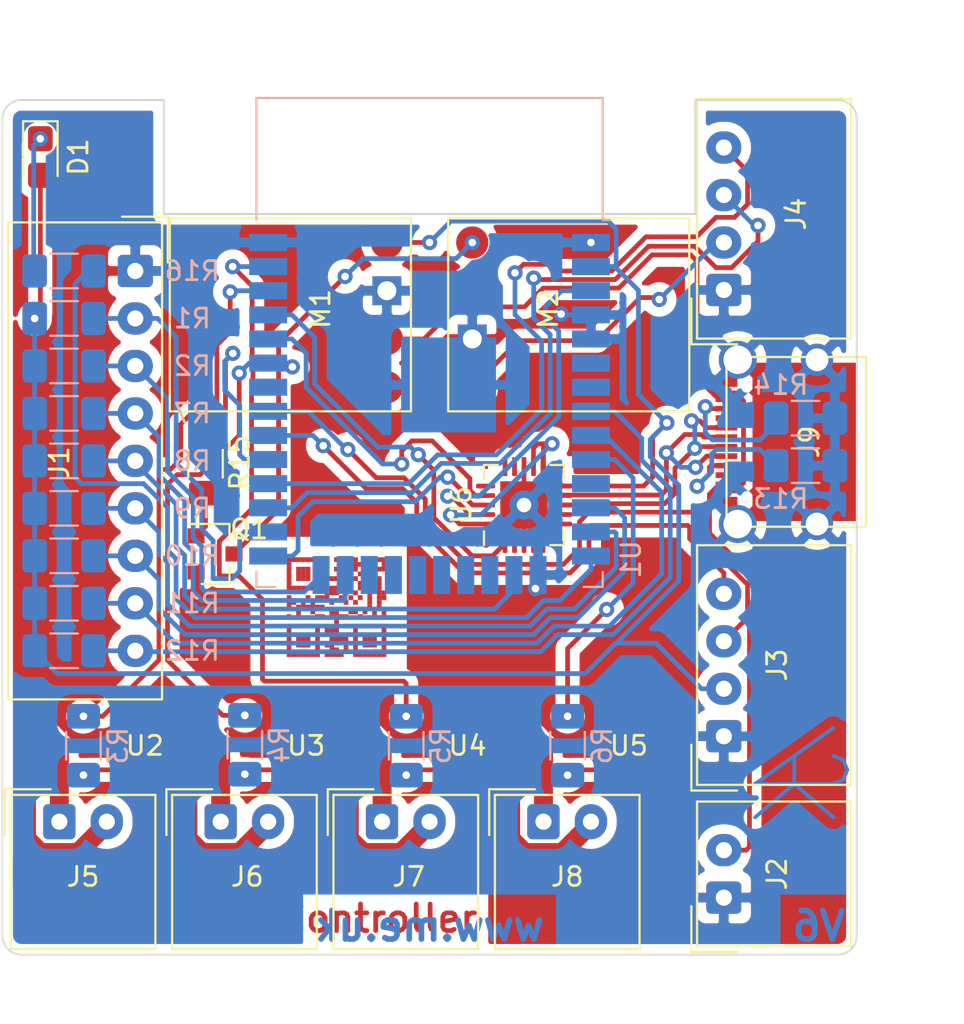
<source format=kicad_pcb>
(kicad_pcb (version 20171130) (host pcbnew "(5.1.9-0-10_14)")
  (title_block (title "Solar System Controller") (date 2021-04-23) (rev 6) (company "Adrian Kennard Andrews & Arnold Ltd"))
  (layers (0 F.Cu signal) (31 B.Cu signal) (34 B.Paste user hide) (35 F.Paste user hide) (36 B.SilkS user) (37 F.SilkS user) (38 B.Mask user hide) (39 F.Mask user hide) (44 Edge.Cuts user))
  (net 0 "")
  (net 1 IN8)
  (net 2 IN7)
  (net 3 IN6)
  (net 4 IN5)
  (net 5 IN4)
  (net 6 IN3)
  (net 7 IN2)
  (net 8 IN1)
  (net 9 GND)
  (net 10 "Net-(J5-Pad2)")
  (net 11 "Net-(J5-Pad1)")
  (net 12 SDA)
  (net 13 SCL)
  (net 14 +3V3)
  (net 15 RFRX)
  (net 16 RFTX)
  (net 17 +5V)
  (net 18 VBUS)
  (net 19 OUT1)
  (net 20 OUT2)
  (net 21 OUT3)
  (net 22 "Net-(R3-Pad1)")
  (net 23 OUT4)
  (net 24 "Net-(R4-Pad1)")
  (net 25 "Net-(J9-PadA5)")
  (net 26 "Net-(J9-PadB5)")
  (net 27 O)
  (net 28 I)
  (net 29 "Net-(U1-Pad32)")
  (net 30 CBUS0)
  (net 31 "Net-(U1-Pad22)")
  (net 32 "Net-(U1-Pad21)")
  (net 33 "Net-(U1-Pad20)")
  (net 34 "Net-(U1-Pad19)")
  (net 35 "Net-(U1-Pad18)")
  (net 36 "Net-(U1-Pad17)")
  (net 37 "Net-(U1-Pad11)")
  (net 38 "Net-(U1-Pad7)")
  (net 39 "Net-(U1-Pad6)")
  (net 40 EN)
  (net 41 D-)
  (net 42 D+)
  (net 43 "Net-(J9-PadA8)")
  (net 44 "Net-(J9-PadB8)")
  (net 45 "Net-(M1-Pad1)")
  (net 46 "Net-(M2-Pad1)")
  (net 47 "Net-(U6-Pad14)")
  (net 48 "Net-(J6-Pad2)")
  (net 49 "Net-(J6-Pad1)")
  (net 50 "Net-(J7-Pad2)")
  (net 51 "Net-(J7-Pad1)")
  (net 52 "Net-(J8-Pad2)")
  (net 53 "Net-(J8-Pad1)")
  (net 54 "Net-(R5-Pad1)")
  (net 55 "Net-(R6-Pad1)")
  (net 56 "Net-(Q1-Pad1)")
  (net 57 SHDN)
  (net 58 "Net-(D1-Pad1)")
  (net 59 LED)
  (net 60 "Net-(U6-Pad16)")
  (net 61 "Net-(U6-Pad15)")
  (net 62 "Net-(U6-Pad7)")
  (module RF_Module:ESP32-WROOM-32 (layer B.Cu) (at 72.5 110.755 180)
    (fp_text reference U1 (at -10.61 -8.43 270) (layer B.SilkS) (effects (justify mirror)))
    (fp_text value ESP32-WROOM-32)
    (pad 38 smd rect (at 8.5 8.255 180) (size 2 0.9) (layers B.Cu B.Paste B.Mask) (net 9 GND))
    (pad 37 smd rect (at 8.5 6.985 180) (size 2 0.9) (layers B.Cu B.Paste B.Mask) (net 21 OUT3))
    (pad 36 smd rect (at 8.5 5.715 180) (size 2 0.9) (layers B.Cu B.Paste B.Mask) (net 19 OUT1))
    (pad 35 smd rect (at 8.5 4.445 180) (size 2 0.9) (layers B.Cu B.Paste B.Mask) (net 27 O))
    (pad 34 smd rect (at 8.5 3.175 180) (size 2 0.9) (layers B.Cu B.Paste B.Mask) (net 28 I))
    (pad 33 smd rect (at 8.5 1.905 180) (size 2 0.9) (layers B.Cu B.Paste B.Mask) (net 20 OUT2))
    (pad 32 smd rect (at 8.5 0.635 180) (size 2 0.9) (layers B.Cu B.Paste B.Mask) (net 29 "Net-(U1-Pad32)"))
    (pad 31 smd rect (at 8.5 -0.635 180) (size 2 0.9) (layers B.Cu B.Paste B.Mask) (net 13 SCL))
    (pad 30 smd rect (at 8.5 -1.905 180) (size 2 0.9) (layers B.Cu B.Paste B.Mask) (net 12 SDA))
    (pad 29 smd rect (at 8.5 -3.175 180) (size 2 0.9) (layers B.Cu B.Paste B.Mask) (net 57 SHDN))
    (pad 28 smd rect (at 8.5 -4.445 180) (size 2 0.9) (layers B.Cu B.Paste B.Mask) (net 16 RFTX))
    (pad 27 smd rect (at 8.5 -5.715 180) (size 2 0.9) (layers B.Cu B.Paste B.Mask) (net 15 RFRX))
    (pad 26 smd rect (at 8.5 -6.985 180) (size 2 0.9) (layers B.Cu B.Paste B.Mask) (net 8 IN1))
    (pad 25 smd rect (at 8.5 -8.255 180) (size 2 0.9) (layers B.Cu B.Paste B.Mask) (net 30 CBUS0))
    (pad 24 smd rect (at 5.715 -9.255 90) (size 2 0.9) (layers B.Cu B.Paste B.Mask) (net 7 IN2))
    (pad 23 smd rect (at 4.445 -9.255 90) (size 2 0.9) (layers B.Cu B.Paste B.Mask) (net 6 IN3))
    (pad 22 smd rect (at 3.175 -9.255 90) (size 2 0.9) (layers B.Cu B.Paste B.Mask) (net 31 "Net-(U1-Pad22)"))
    (pad 21 smd rect (at 1.905 -9.255 90) (size 2 0.9) (layers B.Cu B.Paste B.Mask) (net 32 "Net-(U1-Pad21)"))
    (pad 20 smd rect (at 0.635 -9.255 90) (size 2 0.9) (layers B.Cu B.Paste B.Mask) (net 33 "Net-(U1-Pad20)"))
    (pad 19 smd rect (at -0.635 -9.255 90) (size 2 0.9) (layers B.Cu B.Paste B.Mask) (net 34 "Net-(U1-Pad19)"))
    (pad 18 smd rect (at -1.905 -9.255 90) (size 2 0.9) (layers B.Cu B.Paste B.Mask) (net 35 "Net-(U1-Pad18)"))
    (pad 17 smd rect (at -3.175 -9.255 90) (size 2 0.9) (layers B.Cu B.Paste B.Mask) (net 36 "Net-(U1-Pad17)"))
    (pad 16 smd rect (at -4.445 -9.255 90) (size 2 0.9) (layers B.Cu B.Paste B.Mask) (net 5 IN4))
    (pad 15 smd rect (at -5.715 -9.255 90) (size 2 0.9) (layers B.Cu B.Paste B.Mask) (net 9 GND))
    (pad 14 smd rect (at -8.5 -8.255 180) (size 2 0.9) (layers B.Cu B.Paste B.Mask) (net 59 LED))
    (pad 13 smd rect (at -8.5 -6.985 180) (size 2 0.9) (layers B.Cu B.Paste B.Mask) (net 4 IN5))
    (pad 12 smd rect (at -8.5 -5.715 180) (size 2 0.9) (layers B.Cu B.Paste B.Mask) (net 3 IN6))
    (pad 11 smd rect (at -8.5 -4.445 180) (size 2 0.9) (layers B.Cu B.Paste B.Mask) (net 37 "Net-(U1-Pad11)"))
    (pad 10 smd rect (at -8.5 -3.175 180) (size 2 0.9) (layers B.Cu B.Paste B.Mask) (net 23 OUT4))
    (pad 9 smd rect (at -8.5 -1.905 180) (size 2 0.9) (layers B.Cu B.Paste B.Mask) (net 2 IN7))
    (pad 8 smd rect (at -8.5 -0.635 180) (size 2 0.9) (layers B.Cu B.Paste B.Mask) (net 1 IN8))
    (pad 7 smd rect (at -8.5 0.635 180) (size 2 0.9) (layers B.Cu B.Paste B.Mask) (net 38 "Net-(U1-Pad7)"))
    (pad 6 smd rect (at -8.5 1.905 180) (size 2 0.9) (layers B.Cu B.Paste B.Mask) (net 39 "Net-(U1-Pad6)"))
    (pad 5 smd rect (at -8.5 3.175 180) (size 2 0.9) (layers B.Cu B.Paste B.Mask) (net 9 GND))
    (pad 4 smd rect (at -8.5 4.445 180) (size 2 0.9) (layers B.Cu B.Paste B.Mask) (net 9 GND))
    (pad 3 smd rect (at -8.5 5.715 180) (size 2 0.9) (layers B.Cu B.Paste B.Mask) (net 40 EN))
    (pad 2 smd rect (at -8.5 6.985 180) (size 2 0.9) (layers B.Cu B.Paste B.Mask) (net 14 +3V3))
    (pad 1 smd rect (at -8.5 8.255 180) (size 2 0.9) (layers B.Cu B.Paste B.Mask) (net 9 GND))
    (pad 39 smd rect (at -1 0.755 180) (size 5 5) (layers B.Cu B.Paste B.Mask) (net 9 GND))
  )
  (module RevK:QR-SS (layer F.Cu) (at 67.6 121.7)
    (fp_text reference U7 hide)
    (fp_text value QR hide)
    (pad ~ smd rect (at 2.5 -2.5) (size 0.25 0.25) (layers F.Cu) (clearance 1))
    (pad ~ smd rect (at 2.25 -2.5) (size 0.25 0.25) (layers F.Cu) (clearance 1))
    (pad ~ smd rect (at 1 -2.5) (size 0.25 0.25) (layers F.Cu) (clearance 1))
    (pad ~ smd rect (at 0.5 -2.5) (size 0.25 0.25) (layers F.Cu) (clearance 1))
    (pad ~ smd rect (at 0 -2.5) (size 0.25 0.25) (layers F.Cu) (clearance 1))
    (pad ~ smd rect (at -0.5 -2.5) (size 0.25 0.25) (layers F.Cu) (clearance 1))
    (pad ~ smd rect (at -1 -2.5) (size 0.25 0.25) (layers F.Cu) (clearance 1))
    (pad ~ smd rect (at -1.25 -2.5) (size 0.25 0.25) (layers F.Cu) (clearance 1))
    (pad ~ smd rect (at -1.5 -2.5) (size 0.25 0.25) (layers F.Cu) (clearance 1))
    (pad ~ smd rect (at -1.75 -2.5) (size 0.25 0.25) (layers F.Cu) (clearance 1))
    (pad ~ smd rect (at -2 -2.5) (size 0.25 0.25) (layers F.Cu) (clearance 1))
    (pad ~ smd rect (at -2.25 -2.5) (size 0.25 0.25) (layers F.Cu) (clearance 1))
    (pad ~ smd rect (at -2.5 -2.5) (size 0.25 0.25) (layers F.Cu) (clearance 1))
    (pad ~ smd rect (at 2.5 -2.25) (size 0.25 0.25) (layers F.Cu) (clearance 1))
    (pad ~ smd rect (at 1.25 -2.25) (size 0.25 0.25) (layers F.Cu) (clearance 1))
    (pad ~ smd rect (at 1 -2.25) (size 0.25 0.25) (layers F.Cu) (clearance 1))
    (pad ~ smd rect (at 0.75 -2.25) (size 0.25 0.25) (layers F.Cu) (clearance 1))
    (pad ~ smd rect (at 0.5 -2.25) (size 0.25 0.25) (layers F.Cu) (clearance 1))
    (pad ~ smd rect (at 0.25 -2.25) (size 0.25 0.25) (layers F.Cu) (clearance 1))
    (pad ~ smd rect (at -1 -2.25) (size 0.25 0.25) (layers F.Cu) (clearance 1))
    (pad ~ smd rect (at -2.5 -2.25) (size 0.25 0.25) (layers F.Cu) (clearance 1))
    (pad ~ smd rect (at 2.5 -2) (size 0.25 0.25) (layers F.Cu) (clearance 1))
    (pad ~ smd rect (at 2.25 -2) (size 0.25 0.25) (layers F.Cu) (clearance 1))
    (pad ~ smd rect (at 1.75 -2) (size 0.25 0.25) (layers F.Cu) (clearance 1))
    (pad ~ smd rect (at 1 -2) (size 0.25 0.25) (layers F.Cu) (clearance 1))
    (pad ~ smd rect (at 0.5 -2) (size 0.25 0.25) (layers F.Cu) (clearance 1))
    (pad ~ smd rect (at 0 -2) (size 0.25 0.25) (layers F.Cu) (clearance 1))
    (pad ~ smd rect (at -0.5 -2) (size 0.25 0.25) (layers F.Cu) (clearance 1))
    (pad ~ smd rect (at -1 -2) (size 0.25 0.25) (layers F.Cu) (clearance 1))
    (pad ~ smd rect (at -1.5 -2) (size 0.25 0.25) (layers F.Cu) (clearance 1))
    (pad ~ smd rect (at -1.75 -2) (size 0.25 0.25) (layers F.Cu) (clearance 1))
    (pad ~ smd rect (at -2 -2) (size 0.25 0.25) (layers F.Cu) (clearance 1))
    (pad ~ smd rect (at -2.5 -2) (size 0.25 0.25) (layers F.Cu) (clearance 1))
    (pad ~ smd rect (at 1.75 -1.75) (size 0.25 0.25) (layers F.Cu) (clearance 1))
    (pad ~ smd rect (at 1.25 -1.75) (size 0.25 0.25) (layers F.Cu) (clearance 1))
    (pad ~ smd rect (at 0.75 -1.75) (size 0.25 0.25) (layers F.Cu) (clearance 1))
    (pad ~ smd rect (at 0.25 -1.75) (size 0.25 0.25) (layers F.Cu) (clearance 1))
    (pad ~ smd rect (at -1 -1.75) (size 0.25 0.25) (layers F.Cu) (clearance 1))
    (pad ~ smd rect (at -1.5 -1.75) (size 0.25 0.25) (layers F.Cu) (clearance 1))
    (pad ~ smd rect (at -1.75 -1.75) (size 0.25 0.25) (layers F.Cu) (clearance 1))
    (pad ~ smd rect (at -2 -1.75) (size 0.25 0.25) (layers F.Cu) (clearance 1))
    (pad ~ smd rect (at -2.5 -1.75) (size 0.25 0.25) (layers F.Cu) (clearance 1))
    (pad ~ smd rect (at 2.25 -1.5) (size 0.25 0.25) (layers F.Cu) (clearance 1))
    (pad ~ smd rect (at 2 -1.5) (size 0.25 0.25) (layers F.Cu) (clearance 1))
    (pad ~ smd rect (at 1.75 -1.5) (size 0.25 0.25) (layers F.Cu) (clearance 1))
    (pad ~ smd rect (at 1.5 -1.5) (size 0.25 0.25) (layers F.Cu) (clearance 1))
    (pad ~ smd rect (at 1 -1.5) (size 0.25 0.25) (layers F.Cu) (clearance 1))
    (pad ~ smd rect (at 0.5 -1.5) (size 0.25 0.25) (layers F.Cu) (clearance 1))
    (pad ~ smd rect (at 0 -1.5) (size 0.25 0.25) (layers F.Cu) (clearance 1))
    (pad ~ smd rect (at -0.25 -1.5) (size 0.25 0.25) (layers F.Cu) (clearance 1))
    (pad ~ smd rect (at -1 -1.5) (size 0.25 0.25) (layers F.Cu) (clearance 1))
    (pad ~ smd rect (at -1.5 -1.5) (size 0.25 0.25) (layers F.Cu) (clearance 1))
    (pad ~ smd rect (at -1.75 -1.5) (size 0.25 0.25) (layers F.Cu) (clearance 1))
    (pad ~ smd rect (at -2 -1.5) (size 0.25 0.25) (layers F.Cu) (clearance 1))
    (pad ~ smd rect (at -2.5 -1.5) (size 0.25 0.25) (layers F.Cu) (clearance 1))
    (pad ~ smd rect (at 2.25 -1.25) (size 0.25 0.25) (layers F.Cu) (clearance 1))
    (pad ~ smd rect (at 1.75 -1.25) (size 0.25 0.25) (layers F.Cu) (clearance 1))
    (pad ~ smd rect (at 1.25 -1.25) (size 0.25 0.25) (layers F.Cu) (clearance 1))
    (pad ~ smd rect (at 0.75 -1.25) (size 0.25 0.25) (layers F.Cu) (clearance 1))
    (pad ~ smd rect (at 0.25 -1.25) (size 0.25 0.25) (layers F.Cu) (clearance 1))
    (pad ~ smd rect (at -1 -1.25) (size 0.25 0.25) (layers F.Cu) (clearance 1))
    (pad ~ smd rect (at -2.5 -1.25) (size 0.25 0.25) (layers F.Cu) (clearance 1))
    (pad ~ smd rect (at 2.25 -1) (size 0.25 0.25) (layers F.Cu) (clearance 1))
    (pad ~ smd rect (at 2 -1) (size 0.25 0.25) (layers F.Cu) (clearance 1))
    (pad ~ smd rect (at 1.5 -1) (size 0.25 0.25) (layers F.Cu) (clearance 1))
    (pad ~ smd rect (at 1.25 -1) (size 0.25 0.25) (layers F.Cu) (clearance 1))
    (pad ~ smd rect (at 0.75 -1) (size 0.25 0.25) (layers F.Cu) (clearance 1))
    (pad ~ smd rect (at 0.25 -1) (size 0.25 0.25) (layers F.Cu) (clearance 1))
    (pad ~ smd rect (at 0 -1) (size 0.25 0.25) (layers F.Cu) (clearance 1))
    (pad ~ smd rect (at -0.25 -1) (size 0.25 0.25) (layers F.Cu) (clearance 1))
    (pad ~ smd rect (at -0.5 -1) (size 0.25 0.25) (layers F.Cu) (clearance 1))
    (pad ~ smd rect (at -1 -1) (size 0.25 0.25) (layers F.Cu) (clearance 1))
    (pad ~ smd rect (at -1.25 -1) (size 0.25 0.25) (layers F.Cu) (clearance 1))
    (pad ~ smd rect (at -1.5 -1) (size 0.25 0.25) (layers F.Cu) (clearance 1))
    (pad ~ smd rect (at -1.75 -1) (size 0.25 0.25) (layers F.Cu) (clearance 1))
    (pad ~ smd rect (at -2 -1) (size 0.25 0.25) (layers F.Cu) (clearance 1))
    (pad ~ smd rect (at -2.25 -1) (size 0.25 0.25) (layers F.Cu) (clearance 1))
    (pad ~ smd rect (at -2.5 -1) (size 0.25 0.25) (layers F.Cu) (clearance 1))
    (pad ~ smd rect (at 2.5 -0.75) (size 0.25 0.25) (layers F.Cu) (clearance 1))
    (pad ~ smd rect (at 2.25 -0.75) (size 0.25 0.25) (layers F.Cu) (clearance 1))
    (pad ~ smd rect (at 1.75 -0.75) (size 0.25 0.25) (layers F.Cu) (clearance 1))
    (pad ~ smd rect (at 1 -0.75) (size 0.25 0.25) (layers F.Cu) (clearance 1))
    (pad ~ smd rect (at 0.5 -0.75) (size 0.25 0.25) (layers F.Cu) (clearance 1))
    (pad ~ smd rect (at 0 -0.75) (size 0.25 0.25) (layers F.Cu) (clearance 1))
    (pad ~ smd rect (at -0.25 -0.75) (size 0.25 0.25) (layers F.Cu) (clearance 1))
    (pad ~ smd rect (at -0.5 -0.75) (size 0.25 0.25) (layers F.Cu) (clearance 1))
    (pad ~ smd rect (at 2.5 -0.5) (size 0.25 0.25) (layers F.Cu) (clearance 1))
    (pad ~ smd rect (at 2.25 -0.5) (size 0.25 0.25) (layers F.Cu) (clearance 1))
    (pad ~ smd rect (at 1.75 -0.5) (size 0.25 0.25) (layers F.Cu) (clearance 1))
    (pad ~ smd rect (at 1.25 -0.5) (size 0.25 0.25) (layers F.Cu) (clearance 1))
    (pad ~ smd rect (at 0.75 -0.5) (size 0.25 0.25) (layers F.Cu) (clearance 1))
    (pad ~ smd rect (at 0.25 -0.5) (size 0.25 0.25) (layers F.Cu) (clearance 1))
    (pad ~ smd rect (at -0.5 -0.5) (size 0.25 0.25) (layers F.Cu) (clearance 1))
    (pad ~ smd rect (at -0.75 -0.5) (size 0.25 0.25) (layers F.Cu) (clearance 1))
    (pad ~ smd rect (at -1 -0.5) (size 0.25 0.25) (layers F.Cu) (clearance 1))
    (pad ~ smd rect (at -1.5 -0.5) (size 0.25 0.25) (layers F.Cu) (clearance 1))
    (pad ~ smd rect (at -2.5 -0.5) (size 0.25 0.25) (layers F.Cu) (clearance 1))
    (pad ~ smd rect (at 2.25 -0.25) (size 0.25 0.25) (layers F.Cu) (clearance 1))
    (pad ~ smd rect (at 1.75 -0.25) (size 0.25 0.25) (layers F.Cu) (clearance 1))
    (pad ~ smd rect (at 1 -0.25) (size 0.25 0.25) (layers F.Cu) (clearance 1))
    (pad ~ smd rect (at 0.5 -0.25) (size 0.25 0.25) (layers F.Cu) (clearance 1))
    (pad ~ smd rect (at -0.25 -0.25) (size 0.25 0.25) (layers F.Cu) (clearance 1))
    (pad ~ smd rect (at -1.25 -0.25) (size 0.25 0.25) (layers F.Cu) (clearance 1))
    (pad ~ smd rect (at -1.75 -0.25) (size 0.25 0.25) (layers F.Cu) (clearance 1))
    (pad ~ smd rect (at -2.25 -0.25) (size 0.25 0.25) (layers F.Cu) (clearance 1))
    (pad ~ smd rect (at -2.5 -0.25) (size 0.25 0.25) (layers F.Cu) (clearance 1))
    (pad ~ smd rect (at 2.25 0) (size 0.25 0.25) (layers F.Cu) (clearance 1))
    (pad ~ smd rect (at 1.75 0) (size 0.25 0.25) (layers F.Cu) (clearance 1))
    (pad ~ smd rect (at -0.75 0) (size 0.25 0.25) (layers F.Cu) (clearance 1))
    (pad ~ smd rect (at -1 0) (size 0.25 0.25) (layers F.Cu) (clearance 1))
    (pad ~ smd rect (at -1.25 0) (size 0.25 0.25) (layers F.Cu) (clearance 1))
    (pad ~ smd rect (at -1.5 0) (size 0.25 0.25) (layers F.Cu) (clearance 1))
    (pad ~ smd rect (at -1.75 0) (size 0.25 0.25) (layers F.Cu) (clearance 1))
    (pad ~ smd rect (at -2 0) (size 0.25 0.25) (layers F.Cu) (clearance 1))
    (pad ~ smd rect (at -2.5 0) (size 0.25 0.25) (layers F.Cu) (clearance 1))
    (pad ~ smd rect (at 2.5 0.25) (size 0.25 0.25) (layers F.Cu) (clearance 1))
    (pad ~ smd rect (at 2 0.25) (size 0.25 0.25) (layers F.Cu) (clearance 1))
    (pad ~ smd rect (at 1.5 0.25) (size 0.25 0.25) (layers F.Cu) (clearance 1))
    (pad ~ smd rect (at 1 0.25) (size 0.25 0.25) (layers F.Cu) (clearance 1))
    (pad ~ smd rect (at 0.75 0.25) (size 0.25 0.25) (layers F.Cu) (clearance 1))
    (pad ~ smd rect (at 0 0.25) (size 0.25 0.25) (layers F.Cu) (clearance 1))
    (pad ~ smd rect (at -0.25 0.25) (size 0.25 0.25) (layers F.Cu) (clearance 1))
    (pad ~ smd rect (at -1.25 0.25) (size 0.25 0.25) (layers F.Cu) (clearance 1))
    (pad ~ smd rect (at -2 0.25) (size 0.25 0.25) (layers F.Cu) (clearance 1))
    (pad ~ smd rect (at 2.5 0.5) (size 0.25 0.25) (layers F.Cu) (clearance 1))
    (pad ~ smd rect (at 2 0.5) (size 0.25 0.25) (layers F.Cu) (clearance 1))
    (pad ~ smd rect (at 1.25 0.5) (size 0.25 0.25) (layers F.Cu) (clearance 1))
    (pad ~ smd rect (at 0.5 0.5) (size 0.25 0.25) (layers F.Cu) (clearance 1))
    (pad ~ smd rect (at 0.25 0.5) (size 0.25 0.25) (layers F.Cu) (clearance 1))
    (pad ~ smd rect (at 0 0.5) (size 0.25 0.25) (layers F.Cu) (clearance 1))
    (pad ~ smd rect (at -0.25 0.5) (size 0.25 0.25) (layers F.Cu) (clearance 1))
    (pad ~ smd rect (at -0.75 0.5) (size 0.25 0.25) (layers F.Cu) (clearance 1))
    (pad ~ smd rect (at -1 0.5) (size 0.25 0.25) (layers F.Cu) (clearance 1))
    (pad ~ smd rect (at -2 0.5) (size 0.25 0.25) (layers F.Cu) (clearance 1))
    (pad ~ smd rect (at -2.5 0.5) (size 0.25 0.25) (layers F.Cu) (clearance 1))
    (pad ~ smd rect (at 0 0.75) (size 0.25 0.25) (layers F.Cu) (clearance 1))
    (pad ~ smd rect (at 2.5 1) (size 0.25 0.25) (layers F.Cu) (clearance 1))
    (pad ~ smd rect (at 2.25 1) (size 0.25 0.25) (layers F.Cu) (clearance 1))
    (pad ~ smd rect (at 2 1) (size 0.25 0.25) (layers F.Cu) (clearance 1))
    (pad ~ smd rect (at 1.75 1) (size 0.25 0.25) (layers F.Cu) (clearance 1))
    (pad ~ smd rect (at 1.5 1) (size 0.25 0.25) (layers F.Cu) (clearance 1))
    (pad ~ smd rect (at 1.25 1) (size 0.25 0.25) (layers F.Cu) (clearance 1))
    (pad ~ smd rect (at 1 1) (size 0.25 0.25) (layers F.Cu) (clearance 1))
    (pad ~ smd rect (at 0.5 1) (size 0.25 0.25) (layers F.Cu) (clearance 1))
    (pad ~ smd rect (at 0 1) (size 0.25 0.25) (layers F.Cu) (clearance 1))
    (pad ~ smd rect (at -0.5 1) (size 0.25 0.25) (layers F.Cu) (clearance 1))
    (pad ~ smd rect (at -1 1) (size 0.25 0.25) (layers F.Cu) (clearance 1))
    (pad ~ smd rect (at -1.25 1) (size 0.25 0.25) (layers F.Cu) (clearance 1))
    (pad ~ smd rect (at -1.5 1) (size 0.25 0.25) (layers F.Cu) (clearance 1))
    (pad ~ smd rect (at -1.75 1) (size 0.25 0.25) (layers F.Cu) (clearance 1))
    (pad ~ smd rect (at -2 1) (size 0.25 0.25) (layers F.Cu) (clearance 1))
    (pad ~ smd rect (at -2.25 1) (size 0.25 0.25) (layers F.Cu) (clearance 1))
    (pad ~ smd rect (at -2.5 1) (size 0.25 0.25) (layers F.Cu) (clearance 1))
    (pad ~ smd rect (at 2.5 1.25) (size 0.25 0.25) (layers F.Cu) (clearance 1))
    (pad ~ smd rect (at 1 1.25) (size 0.25 0.25) (layers F.Cu) (clearance 1))
    (pad ~ smd rect (at 0 1.25) (size 0.25 0.25) (layers F.Cu) (clearance 1))
    (pad ~ smd rect (at -0.25 1.25) (size 0.25 0.25) (layers F.Cu) (clearance 1))
    (pad ~ smd rect (at -0.5 1.25) (size 0.25 0.25) (layers F.Cu) (clearance 1))
    (pad ~ smd rect (at -1 1.25) (size 0.25 0.25) (layers F.Cu) (clearance 1))
    (pad ~ smd rect (at -2.5 1.25) (size 0.25 0.25) (layers F.Cu) (clearance 1))
    (pad ~ smd rect (at 2.5 1.5) (size 0.25 0.25) (layers F.Cu) (clearance 1))
    (pad ~ smd rect (at 2 1.5) (size 0.25 0.25) (layers F.Cu) (clearance 1))
    (pad ~ smd rect (at 1.75 1.5) (size 0.25 0.25) (layers F.Cu) (clearance 1))
    (pad ~ smd rect (at 1.5 1.5) (size 0.25 0.25) (layers F.Cu) (clearance 1))
    (pad ~ smd rect (at 1 1.5) (size 0.25 0.25) (layers F.Cu) (clearance 1))
    (pad ~ smd rect (at 0.5 1.5) (size 0.25 0.25) (layers F.Cu) (clearance 1))
    (pad ~ smd rect (at 0.25 1.5) (size 0.25 0.25) (layers F.Cu) (clearance 1))
    (pad ~ smd rect (at 0 1.5) (size 0.25 0.25) (layers F.Cu) (clearance 1))
    (pad ~ smd rect (at -0.25 1.5) (size 0.25 0.25) (layers F.Cu) (clearance 1))
    (pad ~ smd rect (at -1 1.5) (size 0.25 0.25) (layers F.Cu) (clearance 1))
    (pad ~ smd rect (at -1.5 1.5) (size 0.25 0.25) (layers F.Cu) (clearance 1))
    (pad ~ smd rect (at -1.75 1.5) (size 0.25 0.25) (layers F.Cu) (clearance 1))
    (pad ~ smd rect (at -2 1.5) (size 0.25 0.25) (layers F.Cu) (clearance 1))
    (pad ~ smd rect (at -2.5 1.5) (size 0.25 0.25) (layers F.Cu) (clearance 1))
    (pad ~ smd rect (at 2.5 1.75) (size 0.25 0.25) (layers F.Cu) (clearance 1))
    (pad ~ smd rect (at 2 1.75) (size 0.25 0.25) (layers F.Cu) (clearance 1))
    (pad ~ smd rect (at 1.75 1.75) (size 0.25 0.25) (layers F.Cu) (clearance 1))
    (pad ~ smd rect (at 1.5 1.75) (size 0.25 0.25) (layers F.Cu) (clearance 1))
    (pad ~ smd rect (at 1 1.75) (size 0.25 0.25) (layers F.Cu) (clearance 1))
    (pad ~ smd rect (at 0.5 1.75) (size 0.25 0.25) (layers F.Cu) (clearance 1))
    (pad ~ smd rect (at 0.25 1.75) (size 0.25 0.25) (layers F.Cu) (clearance 1))
    (pad ~ smd rect (at 0 1.75) (size 0.25 0.25) (layers F.Cu) (clearance 1))
    (pad ~ smd rect (at -0.25 1.75) (size 0.25 0.25) (layers F.Cu) (clearance 1))
    (pad ~ smd rect (at -1 1.75) (size 0.25 0.25) (layers F.Cu) (clearance 1))
    (pad ~ smd rect (at -1.5 1.75) (size 0.25 0.25) (layers F.Cu) (clearance 1))
    (pad ~ smd rect (at -1.75 1.75) (size 0.25 0.25) (layers F.Cu) (clearance 1))
    (pad ~ smd rect (at -2 1.75) (size 0.25 0.25) (layers F.Cu) (clearance 1))
    (pad ~ smd rect (at -2.5 1.75) (size 0.25 0.25) (layers F.Cu) (clearance 1))
    (pad ~ smd rect (at 2.5 2) (size 0.25 0.25) (layers F.Cu) (clearance 1))
    (pad ~ smd rect (at 2 2) (size 0.25 0.25) (layers F.Cu) (clearance 1))
    (pad ~ smd rect (at 1.75 2) (size 0.25 0.25) (layers F.Cu) (clearance 1))
    (pad ~ smd rect (at 1.5 2) (size 0.25 0.25) (layers F.Cu) (clearance 1))
    (pad ~ smd rect (at 1 2) (size 0.25 0.25) (layers F.Cu) (clearance 1))
    (pad ~ smd rect (at 0.5 2) (size 0.25 0.25) (layers F.Cu) (clearance 1))
    (pad ~ smd rect (at -0.25 2) (size 0.25 0.25) (layers F.Cu) (clearance 1))
    (pad ~ smd rect (at -0.5 2) (size 0.25 0.25) (layers F.Cu) (clearance 1))
    (pad ~ smd rect (at -1 2) (size 0.25 0.25) (layers F.Cu) (clearance 1))
    (pad ~ smd rect (at -1.5 2) (size 0.25 0.25) (layers F.Cu) (clearance 1))
    (pad ~ smd rect (at -1.75 2) (size 0.25 0.25) (layers F.Cu) (clearance 1))
    (pad ~ smd rect (at -2 2) (size 0.25 0.25) (layers F.Cu) (clearance 1))
    (pad ~ smd rect (at -2.5 2) (size 0.25 0.25) (layers F.Cu) (clearance 1))
    (pad ~ smd rect (at 2.5 2.25) (size 0.25 0.25) (layers F.Cu) (clearance 1))
    (pad ~ smd rect (at 1 2.25) (size 0.25 0.25) (layers F.Cu) (clearance 1))
    (pad ~ smd rect (at 0.5 2.25) (size 0.25 0.25) (layers F.Cu) (clearance 1))
    (pad ~ smd rect (at 0 2.25) (size 0.25 0.25) (layers F.Cu) (clearance 1))
    (pad ~ smd rect (at -0.25 2.25) (size 0.25 0.25) (layers F.Cu) (clearance 1))
    (pad ~ smd rect (at -1 2.25) (size 0.25 0.25) (layers F.Cu) (clearance 1))
    (pad ~ smd rect (at -2.5 2.25) (size 0.25 0.25) (layers F.Cu) (clearance 1))
    (pad ~ smd rect (at 2.5 2.5) (size 0.25 0.25) (layers F.Cu) (clearance 1))
    (pad ~ smd rect (at 2.25 2.5) (size 0.25 0.25) (layers F.Cu) (clearance 1))
    (pad ~ smd rect (at 2 2.5) (size 0.25 0.25) (layers F.Cu) (clearance 1))
    (pad ~ smd rect (at 1.75 2.5) (size 0.25 0.25) (layers F.Cu) (clearance 1))
    (pad ~ smd rect (at 1.5 2.5) (size 0.25 0.25) (layers F.Cu) (clearance 1))
    (pad ~ smd rect (at 1.25 2.5) (size 0.25 0.25) (layers F.Cu) (clearance 1))
    (pad ~ smd rect (at 1 2.5) (size 0.25 0.25) (layers F.Cu) (clearance 1))
    (pad ~ smd rect (at 0.25 2.5) (size 0.25 0.25) (layers F.Cu) (clearance 1))
    (pad ~ smd rect (at 0 2.5) (size 0.25 0.25) (layers F.Cu) (clearance 1))
    (pad ~ smd rect (at -0.25 2.5) (size 0.25 0.25) (layers F.Cu) (clearance 1))
    (pad ~ smd rect (at -0.5 2.5) (size 0.25 0.25) (layers F.Cu) (clearance 1))
    (pad ~ smd rect (at -1 2.5) (size 0.25 0.25) (layers F.Cu) (clearance 1))
    (pad ~ smd rect (at -1.25 2.5) (size 0.25 0.25) (layers F.Cu) (clearance 1))
    (pad ~ smd rect (at -1.5 2.5) (size 0.25 0.25) (layers F.Cu) (clearance 1))
    (pad ~ smd rect (at -1.75 2.5) (size 0.25 0.25) (layers F.Cu) (clearance 1))
    (pad ~ smd rect (at -2 2.5) (size 0.25 0.25) (layers F.Cu) (clearance 1))
    (pad ~ smd rect (at -2.25 2.5) (size 0.25 0.25) (layers F.Cu) (clearance 1))
    (pad ~ smd rect (at -2.5 2.5) (size 0.25 0.25) (layers F.Cu) (clearance 1))
  )
  (module RevK:Special-SOP-4-3.7x4.55 (layer F.Cu) (at 79.77 129 90)
    (fp_text reference U5 (at 0 3.23 180) (layer F.SilkS))
    (fp_text value G3VM-41GR8)
    (pad 1 smd rect (at -1.27 3 90) (size 0.8 1.2) (layers F.Cu F.Paste F.Mask) (net 55 "Net-(R6-Pad1)"))
    (pad 2 smd rect (at 1.27 3 90) (size 0.8 1.2) (layers F.Cu F.Paste F.Mask) (net 9 GND))
    (pad 3 smd rect (at 1.27 -3 90) (size 0.8 1.2) (layers F.Cu F.Paste F.Mask) (net 53 "Net-(J8-Pad1)"))
    (pad 4 smd rect (at -1.27 -3 90) (size 0.8 1.2) (layers F.Cu F.Paste F.Mask) (net 52 "Net-(J8-Pad2)"))
  )
  (module RevK:Special-SOP-4-3.7x4.55 (layer F.Cu) (at 71.27 129 90)
    (fp_text reference U4 (at 0 3.23 180) (layer F.SilkS))
    (fp_text value G3VM-41GR8)
    (pad 1 smd rect (at -1.27 3 90) (size 0.8 1.2) (layers F.Cu F.Paste F.Mask) (net 54 "Net-(R5-Pad1)"))
    (pad 2 smd rect (at 1.27 3 90) (size 0.8 1.2) (layers F.Cu F.Paste F.Mask) (net 9 GND))
    (pad 3 smd rect (at 1.27 -3 90) (size 0.8 1.2) (layers F.Cu F.Paste F.Mask) (net 51 "Net-(J7-Pad1)"))
    (pad 4 smd rect (at -1.27 -3 90) (size 0.8 1.2) (layers F.Cu F.Paste F.Mask) (net 50 "Net-(J7-Pad2)"))
  )
  (module RevK:Special-SOP-4-3.7x4.55 (layer F.Cu) (at 62.77 129 90)
    (fp_text reference U3 (at 0 3.23 180) (layer F.SilkS))
    (fp_text value G3VM-41GR8)
    (pad 1 smd rect (at -1.27 3 90) (size 0.8 1.2) (layers F.Cu F.Paste F.Mask) (net 24 "Net-(R4-Pad1)"))
    (pad 2 smd rect (at 1.27 3 90) (size 0.8 1.2) (layers F.Cu F.Paste F.Mask) (net 9 GND))
    (pad 3 smd rect (at 1.27 -3 90) (size 0.8 1.2) (layers F.Cu F.Paste F.Mask) (net 49 "Net-(J6-Pad1)"))
    (pad 4 smd rect (at -1.27 -3 90) (size 0.8 1.2) (layers F.Cu F.Paste F.Mask) (net 48 "Net-(J6-Pad2)"))
  )
  (module RevK:Special-SOP-4-3.7x4.55 (layer F.Cu) (at 54.27 129 90)
    (fp_text reference U2 (at 0 3.23 180) (layer F.SilkS))
    (fp_text value G3VM-41GR8)
    (pad 1 smd rect (at -1.27 3 90) (size 0.8 1.2) (layers F.Cu F.Paste F.Mask) (net 22 "Net-(R3-Pad1)"))
    (pad 2 smd rect (at 1.27 3 90) (size 0.8 1.2) (layers F.Cu F.Paste F.Mask) (net 9 GND))
    (pad 3 smd rect (at 1.27 -3 90) (size 0.8 1.2) (layers F.Cu F.Paste F.Mask) (net 11 "Net-(J5-Pad1)"))
    (pad 4 smd rect (at -1.27 -3 90) (size 0.8 1.2) (layers F.Cu F.Paste F.Mask) (net 10 "Net-(J5-Pad2)"))
  )
  (module "RevK:QFN-20-(hand)-1EP_4x4mm_P0.5mm_EP2.5x2.5mm" (layer F.Cu) (at 77.475 116.325 90)
    (fp_text reference U6 (at 0 -3.3 90) (layer F.SilkS))
    (fp_text value FT231XQ)
    (pad 21 thru_hole circle (at 0 0 90) (size 1.524 1.524) (drill 0.762) (layers *.Cu *.Mask) (net 9 GND))
    (pad ~ smd rect (at -2 -2 90) (size 0.2 0.2) (layers F.Cu) (clearance 0.33))
    (pad ~ smd rect (at 2 2 90) (size 0.2 0.2) (layers F.Cu) (clearance 0.33))
    (pad ~ smd rect (at -2 2 90) (size 0.2 0.2) (layers F.Cu) (clearance 0.33))
    (pad ~ smd rect (at 2 -2 90) (size 0.2 0.2) (layers F.Cu) (clearance 0.33))
    (pad ~ smd circle (at -2 -2 90) (size 0.5 0.5) (layers F.Cu))
    (pad 21 smd rect (at 0 0 90) (size 2.5 2.5) (layers F.Cu F.Mask) (net 9 GND))
    (pad 20 smd roundrect (at -1 -2.025 90) (size 0.25 1) (layers F.Cu F.Paste F.Mask) (net 14 +3V3))
    (pad 19 smd roundrect (at -0.5 -2.025 90) (size 0.25 1) (layers F.Cu F.Paste F.Mask) (net 40 EN))
    (pad 18 smd roundrect (at 0 -2.025 90) (size 0.25 1) (layers F.Cu F.Paste F.Mask) (net 30 CBUS0))
    (pad 17 smd roundrect (at 0.5 -2.025 90) (size 0.25 1) (layers F.Cu F.Paste F.Mask) (net 28 I))
    (pad 16 smd roundrect (at 1 -2.025 90) (size 0.25 1) (layers F.Cu F.Paste F.Mask) (net 60 "Net-(U6-Pad16)"))
    (pad 15 smd roundrect (at 2.025 -1 90) (size 1 0.25) (layers F.Cu F.Paste F.Mask) (net 61 "Net-(U6-Pad15)"))
    (pad 14 smd roundrect (at 2.025 -0.5 90) (size 1 0.25) (layers F.Cu F.Paste F.Mask) (net 47 "Net-(U6-Pad14)"))
    (pad 13 smd roundrect (at 2.025 0 90) (size 1 0.25) (layers F.Cu F.Paste F.Mask) (net 9 GND))
    (pad 12 smd roundrect (at 2.025 0.5 90) (size 1 0.25) (layers F.Cu F.Paste F.Mask) (net 14 +3V3))
    (pad 11 smd roundrect (at 2.025 1 90) (size 1 0.25) (layers F.Cu F.Paste F.Mask) (net 14 +3V3))
    (pad 10 smd roundrect (at 1 2.025 90) (size 0.25 1) (layers F.Cu F.Paste F.Mask) (net 14 +3V3))
    (pad 9 smd roundrect (at 0.5 2.025 90) (size 0.25 1) (layers F.Cu F.Paste F.Mask) (net 41 D-))
    (pad 8 smd roundrect (at 0 2.025 90) (size 0.25 1) (layers F.Cu F.Paste F.Mask) (net 42 D+))
    (pad 7 smd roundrect (at -0.5 2.025 90) (size 0.25 1) (layers F.Cu F.Paste F.Mask) (net 62 "Net-(U6-Pad7)"))
    (pad 6 smd roundrect (at -1 2.025 90) (size 0.25 1) (layers F.Cu F.Paste F.Mask) (net 9 GND))
    (pad 5 smd roundrect (at -2.025 1 90) (size 1 0.25) (layers F.Cu F.Paste F.Mask) (net 9 GND))
    (pad 4 smd roundrect (at -2.025 0.5 90) (size 1 0.25) (layers F.Cu F.Paste F.Mask) (net 9 GND))
    (pad 3 smd roundrect (at -2.025 0 90) (size 1 0.25) (layers F.Cu F.Paste F.Mask) (net 9 GND))
    (pad 2 smd roundrect (at -2.025 -0.5 90) (size 1 0.25) (layers F.Cu F.Paste F.Mask) (net 9 GND))
    (pad 1 smd roundrect (at -2.025 -1 90) (size 1 0.25) (layers F.Cu F.Paste F.Mask) (net 27 O))
  )
  (module Resistor_SMD:R_1206_3216Metric_Pad1.30x1.75mm_HandSolder (layer B.Cu) (at 53.25 104)
    (fp_text reference R16 (at 6.75 0 180) (layer B.SilkS) (effects (justify mirror)))
    (fp_text value 680R)
    (pad 2 smd roundrect (at 1.55 0) (size 1.3 1.75) (layers B.Cu B.Paste B.Mask) (roundrect_rratio 0.1923069230769231) (net 59 LED))
    (pad 1 smd roundrect (at -1.55 0) (size 1.3 1.75) (layers B.Cu B.Paste B.Mask) (roundrect_rratio 0.1923069230769231) (net 58 "Net-(D1-Pad1)"))
  )
  (module LED_SMD:LED_0805_2012Metric_Castellated (layer F.Cu) (at 52 98 270)
    (fp_text reference D1 (at 0 -2 90) (layer F.SilkS))
    (fp_text value LED)
    (pad 2 smd roundrect (at 0.9625 0 270) (size 1.325 1.3) (layers F.Cu F.Paste F.Mask) (roundrect_rratio 0.1923069230769231) (net 14 +3V3))
    (pad 1 smd roundrect (at -0.9625 0 270) (size 1.325 1.3) (layers F.Cu F.Paste F.Mask) (roundrect_rratio 0.1923069230769231) (net 58 "Net-(D1-Pad1)"))
  )
  (module Resistor_SMD:R_1206_3216Metric_Pad1.30x1.75mm_HandSolder (layer F.Cu) (at 60.7 114.15 90)
    (fp_text reference R15 (at 0.05 1.8 90) (layer F.SilkS))
    (fp_text value 1k)
    (pad 2 smd roundrect (at 1.55 0 90) (size 1.3 1.75) (layers F.Cu F.Paste F.Mask) (roundrect_rratio 0.1923069230769231) (net 57 SHDN))
    (pad 1 smd roundrect (at -1.55 0 90) (size 1.3 1.75) (layers F.Cu F.Paste F.Mask) (roundrect_rratio 0.1923069230769231) (net 56 "Net-(Q1-Pad1)"))
  )
  (module Package_TO_SOT_SMD:SOT-23 (layer F.Cu) (at 61.2 118.9)
    (fp_text reference Q1 (at 1.8 -1.3) (layer F.SilkS))
    (fp_text value BC817)
    (pad 3 smd rect (at 1 0) (size 0.9 0.8) (layers F.Cu F.Paste F.Mask) (net 46 "Net-(M2-Pad1)"))
    (pad 2 smd rect (at -1 0.95) (size 0.9 0.8) (layers F.Cu F.Paste F.Mask) (net 9 GND))
    (pad 1 smd rect (at -1 -0.95) (size 0.9 0.8) (layers F.Cu F.Paste F.Mask) (net 56 "Net-(Q1-Pad1)"))
  )
  (module Resistor_SMD:R_1206_3216Metric_Pad1.30x1.75mm_HandSolder (layer B.Cu) (at 53.25 124)
    (fp_text reference R12 (at 6.75 0) (layer B.SilkS) (effects (justify mirror)))
    (fp_text value NF)
    (pad 2 smd roundrect (at 1.55 0) (size 1.3 1.75) (layers B.Cu B.Paste B.Mask) (roundrect_rratio 0.1923069230769231) (net 1 IN8))
    (pad 1 smd roundrect (at -1.55 0) (size 1.3 1.75) (layers B.Cu B.Paste B.Mask) (roundrect_rratio 0.1923069230769231) (net 14 +3V3))
  )
  (module Resistor_SMD:R_1206_3216Metric_Pad1.30x1.75mm_HandSolder (layer B.Cu) (at 53.25 121.5)
    (fp_text reference R11 (at 6.75 0) (layer B.SilkS) (effects (justify mirror)))
    (fp_text value NF)
    (pad 2 smd roundrect (at 1.55 0) (size 1.3 1.75) (layers B.Cu B.Paste B.Mask) (roundrect_rratio 0.1923069230769231) (net 2 IN7))
    (pad 1 smd roundrect (at -1.55 0) (size 1.3 1.75) (layers B.Cu B.Paste B.Mask) (roundrect_rratio 0.1923069230769231) (net 14 +3V3))
  )
  (module Resistor_SMD:R_1206_3216Metric_Pad1.30x1.75mm_HandSolder (layer B.Cu) (at 53.25 119)
    (fp_text reference R10 (at 6.75 0) (layer B.SilkS) (effects (justify mirror)))
    (fp_text value NF)
    (pad 2 smd roundrect (at 1.55 0) (size 1.3 1.75) (layers B.Cu B.Paste B.Mask) (roundrect_rratio 0.1923069230769231) (net 3 IN6))
    (pad 1 smd roundrect (at -1.55 0) (size 1.3 1.75) (layers B.Cu B.Paste B.Mask) (roundrect_rratio 0.1923069230769231) (net 14 +3V3))
  )
  (module Resistor_SMD:R_1206_3216Metric_Pad1.30x1.75mm_HandSolder (layer B.Cu) (at 53.25 116.5)
    (fp_text reference R9 (at 6.75 0) (layer B.SilkS) (effects (justify mirror)))
    (fp_text value NF)
    (pad 2 smd roundrect (at 1.55 0) (size 1.3 1.75) (layers B.Cu B.Paste B.Mask) (roundrect_rratio 0.1923069230769231) (net 4 IN5))
    (pad 1 smd roundrect (at -1.55 0) (size 1.3 1.75) (layers B.Cu B.Paste B.Mask) (roundrect_rratio 0.1923069230769231) (net 14 +3V3))
  )
  (module Resistor_SMD:R_1206_3216Metric_Pad1.30x1.75mm_HandSolder (layer B.Cu) (at 53.25 114)
    (fp_text reference R8 (at 6.75 0) (layer B.SilkS) (effects (justify mirror)))
    (fp_text value NF)
    (pad 2 smd roundrect (at 1.55 0) (size 1.3 1.75) (layers B.Cu B.Paste B.Mask) (roundrect_rratio 0.1923069230769231) (net 5 IN4))
    (pad 1 smd roundrect (at -1.55 0) (size 1.3 1.75) (layers B.Cu B.Paste B.Mask) (roundrect_rratio 0.1923069230769231) (net 14 +3V3))
  )
  (module Resistor_SMD:R_1206_3216Metric_Pad1.30x1.75mm_HandSolder (layer B.Cu) (at 53.25 111.5)
    (fp_text reference R7 (at 6.75 0) (layer B.SilkS) (effects (justify mirror)))
    (fp_text value NF)
    (pad 2 smd roundrect (at 1.55 0) (size 1.3 1.75) (layers B.Cu B.Paste B.Mask) (roundrect_rratio 0.1923069230769231) (net 6 IN3))
    (pad 1 smd roundrect (at -1.55 0) (size 1.3 1.75) (layers B.Cu B.Paste B.Mask) (roundrect_rratio 0.1923069230769231) (net 14 +3V3))
  )
  (module Resistor_SMD:R_1206_3216Metric_Pad1.30x1.75mm_HandSolder (layer B.Cu) (at 53.25 109)
    (fp_text reference R2 (at 6.75 0) (layer B.SilkS) (effects (justify mirror)))
    (fp_text value NF)
    (pad 2 smd roundrect (at 1.55 0) (size 1.3 1.75) (layers B.Cu B.Paste B.Mask) (roundrect_rratio 0.1923069230769231) (net 7 IN2))
    (pad 1 smd roundrect (at -1.55 0) (size 1.3 1.75) (layers B.Cu B.Paste B.Mask) (roundrect_rratio 0.1923069230769231) (net 14 +3V3))
  )
  (module Resistor_SMD:R_1206_3216Metric_Pad1.30x1.75mm_HandSolder (layer B.Cu) (at 53.25 106.5)
    (fp_text reference R1 (at 6.75 0) (layer B.SilkS) (effects (justify mirror)))
    (fp_text value NF)
    (pad 2 smd roundrect (at 1.55 0) (size 1.3 1.75) (layers B.Cu B.Paste B.Mask) (roundrect_rratio 0.1923069230769231) (net 8 IN1))
    (pad 1 smd roundrect (at -1.55 0) (size 1.3 1.75) (layers B.Cu B.Paste B.Mask) (roundrect_rratio 0.1923069230769231) (net 14 +3V3))
  )
  (module RevK:D24V5F3-SMD-Like (layer F.Cu) (at 73.48 106.31 270)
    (fp_text reference M2 (at -0.31 -5.27 270) (layer F.SilkS))
    (fp_text value D24V5F5-NoSHDN)
    (pad 1 smd circle (at -3.81 -1.27 270) (size 1.7 1.7) (layers F.Cu F.Paste F.Mask) (net 46 "Net-(M2-Pad1)") (clearance 0.5))
    (pad 4 smd circle (at 3.81 -1.27 270) (size 1.7 1.7) (layers F.Cu F.Paste F.Mask) (net 17 +5V) (clearance 0.5))
    (pad 3 thru_hole rect (at 1.27 -1.27 270) (size 1.524 1.524) (drill 1) (layers *.Cu *.Mask) (net 9 GND) (clearance 0.5))
    (pad 2 smd circle (at -1.27 -1.27 270) (size 1.7 1.7) (layers F.Cu F.Paste F.Mask) (net 18 VBUS) (clearance 0.5))
  )
  (module RevK:D24V5F3-SMD-Like (layer F.Cu) (at 71.52 106.31 90)
    (fp_text reference M1 (at 0.31 -4.77 90) (layer F.SilkS))
    (fp_text value D24V5F3-NoSHDN)
    (pad 1 smd circle (at -3.81 -1.27 90) (size 1.7 1.7) (layers F.Cu F.Paste F.Mask) (net 45 "Net-(M1-Pad1)") (clearance 0.5))
    (pad 4 smd circle (at 3.81 -1.27 90) (size 1.7 1.7) (layers F.Cu F.Paste F.Mask) (net 14 +3V3) (clearance 0.5))
    (pad 3 thru_hole rect (at 1.27 -1.27 90) (size 1.524 1.524) (drill 1) (layers *.Cu *.Mask) (net 9 GND) (clearance 0.5))
    (pad 2 smd circle (at -1.27 -1.27 90) (size 1.7 1.7) (layers F.Cu F.Paste F.Mask) (net 18 VBUS) (clearance 0.5))
  )
  (module RevK:USC16-TR-Round (layer F.Cu) (at 95 113 90)
    (fp_text reference J9 (at 0 -2.5 90) (layer F.SilkS))
    (fp_text value USB-C)
    (pad S1 smd rect (at 0 -2.745 90) (size 8.34 5.49) (layers F.Cu) (net 9 GND))
    (pad A12 smd rect (at 3.2 -6.86 90) (size 0.6 1.14) (layers F.Cu F.Paste F.Mask) (net 9 GND))
    (pad A4 smd rect (at -2.4 -6.86 90) (size 0.6 1.14) (layers F.Cu F.Paste F.Mask) (net 18 VBUS))
    (pad B12 smd rect (at -3.2 -6.86 90) (size 0.6 1.14) (layers F.Cu F.Paste F.Mask) (net 9 GND))
    (pad B4 smd rect (at 2.4 -6.86 90) (size 0.6 1.14) (layers F.Cu F.Paste F.Mask) (net 18 VBUS))
    (pad S1 thru_hole circle (at 4.325 -2.09 90) (size 1.7 1.7) (drill 1.2) (layers *.Cu *.Mask) (net 9 GND))
    (pad S1 thru_hole circle (at -4.325 -2.09 90) (size 1.7 1.7) (drill 1.2) (layers *.Cu *.Mask) (net 9 GND))
    (pad S1 thru_hole circle (at 4.325 -6.27 90) (size 2 2) (drill 1.5) (layers *.Cu *.Mask) (net 9 GND))
    (pad S1 thru_hole circle (at -4.325 -6.27 90) (size 2 2) (drill 1.5) (layers *.Cu *.Mask) (net 9 GND))
    (pad A7 smd rect (at 0.25 -6.86 90) (size 0.3 1.14) (layers F.Cu F.Paste F.Mask) (net 41 D-))
    (pad A6 smd rect (at -0.25 -6.86 90) (size 0.3 1.14) (layers F.Cu F.Paste F.Mask) (net 42 D+))
    (pad B6 smd rect (at 0.75 -6.86 90) (size 0.3 1.14) (layers F.Cu F.Paste F.Mask) (net 42 D+))
    (pad B7 smd rect (at -0.75 -6.86 90) (size 0.3 1.14) (layers F.Cu F.Paste F.Mask) (net 41 D-))
    (pad A8 smd rect (at 1.25 -6.86 90) (size 0.3 1.14) (layers F.Cu F.Paste F.Mask) (net 43 "Net-(J9-PadA8)"))
    (pad A5 smd rect (at -1.25 -6.86 90) (size 0.3 1.14) (layers F.Cu F.Paste F.Mask) (net 25 "Net-(J9-PadA5)"))
    (pad B5 smd rect (at 1.75 -6.86 90) (size 0.3 1.14) (layers F.Cu F.Paste F.Mask) (net 26 "Net-(J9-PadB5)"))
    (pad B8 smd rect (at -1.75 -6.86 90) (size 0.3 1.14) (layers F.Cu F.Paste F.Mask) (net 44 "Net-(J9-PadB8)"))
    (pad A9 smd rect (at 2.4 -6.86 90) (size 0.6 1.14) (layers F.Cu F.Paste F.Mask) (net 18 VBUS))
    (pad B9 smd rect (at -2.4 -6.86 90) (size 0.6 1.14) (layers F.Cu F.Paste F.Mask) (net 18 VBUS))
    (pad B1 smd rect (at 3.2 -6.86 90) (size 0.6 1.14) (layers F.Cu F.Paste F.Mask) (net 9 GND))
    (pad S1 thru_hole circle (at 2.89 -5.79 90) (size 0.6 0.6) (drill 0.6) (layers *.Cu *.Mask) (net 9 GND))
    (pad S1 thru_hole circle (at -2.89 -5.79 90) (size 0.6 0.6) (drill 0.6) (layers *.Cu *.Mask) (net 9 GND))
    (pad A1 smd rect (at -3.2 -6.86 90) (size 0.6 1.14) (layers F.Cu F.Paste F.Mask) (net 9 GND))
  )
  (module RevK:AJK (layer B.Cu) (at 96 131.5 270)
    (fp_text reference AJK1 hide)
    (fp_text value AJK hide)
    (fp_line (start 1.27 6.35) (end -0.49471 4.29118) (layer B.Cu) (width 0.2))
    (fp_line (start -0.4947 4.291) (end -1.9653 4.291) (layer B.Cu) (width 0.2))
    (fp_line (start -0.49471 4.29118) (end 1.27 2.23235) (layer B.Cu) (width 0.2))
    (fp_line (start -1.749926 1.712421) (end -1.965288 2.23235) (layer B.Cu) (width 0.2))
    (fp_line (start -0.710062 1.712421) (end -1.229994 1.49706) (layer B.Cu) (width 0.2))
    (fp_line (start -1.229994 1.49706) (end -1.749926 1.712421) (layer B.Cu) (width 0.2))
    (fp_line (start -0.4947 6.35) (end -0.4947 2.23235) (layer B.Cu) (width 0.2))
    (fp_line (start -0.4947 2.23235) (end -0.710062 1.712421) (layer B.Cu) (width 0.2))
    (fp_line (start -3.43588 2.23235) (end -0.4947 6.35) (layer B.Cu) (width 0.2))
  )
  (module Resistor_SMD:R_1206_3216Metric_Pad1.30x1.75mm_HandSolder (layer B.Cu) (at 92.3 111.75 180)
    (fp_text reference R14 (at 1.3 1.75) (layer B.SilkS) (effects (justify mirror)))
    (fp_text value 5K1)
    (pad 2 smd roundrect (at 1.55 0 180) (size 1.3 1.75) (layers B.Cu B.Paste B.Mask) (roundrect_rratio 0.1923069230769231) (net 26 "Net-(J9-PadB5)"))
    (pad 1 smd roundrect (at -1.55 0 180) (size 1.3 1.75) (layers B.Cu B.Paste B.Mask) (roundrect_rratio 0.1923069230769231) (net 9 GND))
  )
  (module Resistor_SMD:R_1206_3216Metric_Pad1.30x1.75mm_HandSolder (layer B.Cu) (at 92.3 114.25)
    (fp_text reference R13 (at -1.3 1.75) (layer B.SilkS) (effects (justify mirror)))
    (fp_text value 5K1)
    (pad 2 smd roundrect (at 1.55 0) (size 1.3 1.75) (layers B.Cu B.Paste B.Mask) (roundrect_rratio 0.1923069230769231) (net 9 GND))
    (pad 1 smd roundrect (at -1.55 0) (size 1.3 1.75) (layers B.Cu B.Paste B.Mask) (roundrect_rratio 0.1923069230769231) (net 25 "Net-(J9-PadA5)"))
  )
  (module Resistor_SMD:R_1206_3216Metric_Pad1.30x1.75mm_HandSolder (layer B.Cu) (at 79.77 129 90)
    (fp_text reference R6 (at 0 1.82 90) (layer B.SilkS) (effects (justify mirror)))
    (fp_text value 1K)
    (pad 2 smd roundrect (at 1.55 0 90) (size 1.3 1.75) (layers B.Cu B.Paste B.Mask) (roundrect_rratio 0.1923069230769231) (net 23 OUT4))
    (pad 1 smd roundrect (at -1.55 0 90) (size 1.3 1.75) (layers B.Cu B.Paste B.Mask) (roundrect_rratio 0.1923069230769231) (net 55 "Net-(R6-Pad1)"))
  )
  (module Resistor_SMD:R_1206_3216Metric_Pad1.30x1.75mm_HandSolder (layer B.Cu) (at 71.27 129 90)
    (fp_text reference R5 (at 0 1.82 90) (layer B.SilkS) (effects (justify mirror)))
    (fp_text value 1K)
    (pad 2 smd roundrect (at 1.55 0 90) (size 1.3 1.75) (layers B.Cu B.Paste B.Mask) (roundrect_rratio 0.1923069230769231) (net 21 OUT3))
    (pad 1 smd roundrect (at -1.55 0 90) (size 1.3 1.75) (layers B.Cu B.Paste B.Mask) (roundrect_rratio 0.1923069230769231) (net 54 "Net-(R5-Pad1)"))
  )
  (module Resistor_SMD:R_1206_3216Metric_Pad1.30x1.75mm_HandSolder (layer B.Cu) (at 62.77 128.95 90)
    (fp_text reference R4 (at 0 1.82 90) (layer B.SilkS) (effects (justify mirror)))
    (fp_text value 1K)
    (pad 2 smd roundrect (at 1.55 0 90) (size 1.3 1.75) (layers B.Cu B.Paste B.Mask) (roundrect_rratio 0.1923069230769231) (net 20 OUT2))
    (pad 1 smd roundrect (at -1.55 0 90) (size 1.3 1.75) (layers B.Cu B.Paste B.Mask) (roundrect_rratio 0.1923069230769231) (net 24 "Net-(R4-Pad1)"))
  )
  (module Resistor_SMD:R_1206_3216Metric_Pad1.30x1.75mm_HandSolder (layer B.Cu) (at 54.27 129 90)
    (fp_text reference R3 (at 0 1.82 90) (layer B.SilkS) (effects (justify mirror)))
    (fp_text value 1K)
    (pad 2 smd roundrect (at 1.55 0 90) (size 1.3 1.75) (layers B.Cu B.Paste B.Mask) (roundrect_rratio 0.1923069230769231) (net 19 OUT1))
    (pad 1 smd roundrect (at -1.55 0 90) (size 1.3 1.75) (layers B.Cu B.Paste B.Mask) (roundrect_rratio 0.1923069230769231) (net 22 "Net-(R3-Pad1)"))
  )
  (module Connector_Molex:Molex_SPOX_5268-02A_1x02_P2.50mm_Horizontal (layer F.Cu) (at 88 137 90)
    (fp_text reference J2 (at 1.25 2.8 90) (layer F.SilkS))
    (fp_text value POWER)
    (pad 2 thru_hole oval (at 2.5 0 90) (size 1.7 1.85) (drill 0.85) (layers *.Cu *.Mask) (net 18 VBUS))
    (pad 1 thru_hole roundrect (at 0 0 90) (size 1.7 1.85) (drill 0.85) (layers *.Cu *.Mask) (roundrect_rratio 0.1470588235294118) (net 9 GND))
  )
  (module Connector_Molex:Molex_SPOX_5268-04A_1x04_P2.50mm_Horizontal (layer F.Cu) (at 88 105 90)
    (fp_text reference J4 (at 4 3.8 90) (layer F.SilkS))
    (fp_text value RFID)
    (pad 4 thru_hole oval (at 7.5 0 90) (size 1.7 1.85) (drill 0.85) (layers *.Cu *.Mask) (net 16 RFTX))
    (pad 3 thru_hole oval (at 5 0 90) (size 1.7 1.85) (drill 0.85) (layers *.Cu *.Mask) (net 15 RFRX))
    (pad 2 thru_hole oval (at 2.5 0 90) (size 1.7 1.85) (drill 0.85) (layers *.Cu *.Mask) (net 17 +5V))
    (pad 1 thru_hole roundrect (at 0 0 90) (size 1.7 1.85) (drill 0.85) (layers *.Cu *.Mask) (roundrect_rratio 0.1470588235294118) (net 9 GND))
  )
  (module Connector_Molex:Molex_SPOX_5268-04A_1x04_P2.50mm_Horizontal (layer F.Cu) (at 88 128.5 90)
    (fp_text reference J3 (at 3.75 2.8 90) (layer F.SilkS))
    (fp_text value RANGER)
    (pad 4 thru_hole oval (at 7.5 0 90) (size 1.7 1.85) (drill 0.85) (layers *.Cu *.Mask) (net 12 SDA))
    (pad 3 thru_hole oval (at 5 0 90) (size 1.7 1.85) (drill 0.85) (layers *.Cu *.Mask) (net 13 SCL))
    (pad 2 thru_hole oval (at 2.5 0 90) (size 1.7 1.85) (drill 0.85) (layers *.Cu *.Mask) (net 14 +3V3))
    (pad 1 thru_hole roundrect (at 0 0 90) (size 1.7 1.85) (drill 0.85) (layers *.Cu *.Mask) (roundrect_rratio 0.1470588235294118) (net 9 GND))
  )
  (module Connector_Molex:Molex_SPOX_5268-02A_1x02_P2.50mm_Horizontal (layer F.Cu) (at 78.5 133)
    (fp_text reference J8 (at 1.25 2.9) (layer F.SilkS))
    (fp_text value OUT4)
    (pad 2 thru_hole oval (at 2.5 0) (size 1.7 1.85) (drill 0.85) (layers *.Cu *.Mask) (net 52 "Net-(J8-Pad2)"))
    (pad 1 thru_hole roundrect (at 0 0) (size 1.7 1.85) (drill 0.85) (layers *.Cu *.Mask) (roundrect_rratio 0.1470588235294118) (net 53 "Net-(J8-Pad1)"))
  )
  (module Connector_Molex:Molex_SPOX_5268-02A_1x02_P2.50mm_Horizontal (layer F.Cu) (at 70 133)
    (fp_text reference J7 (at 1.4 2.9) (layer F.SilkS))
    (fp_text value OUT3)
    (pad 2 thru_hole oval (at 2.5 0) (size 1.7 1.85) (drill 0.85) (layers *.Cu *.Mask) (net 50 "Net-(J7-Pad2)"))
    (pad 1 thru_hole roundrect (at 0 0) (size 1.7 1.85) (drill 0.85) (layers *.Cu *.Mask) (roundrect_rratio 0.1470588235294118) (net 51 "Net-(J7-Pad1)"))
  )
  (module Connector_Molex:Molex_SPOX_5268-02A_1x02_P2.50mm_Horizontal (layer F.Cu) (at 61.5 133)
    (fp_text reference J6 (at 1.4 2.9) (layer F.SilkS))
    (fp_text value OUT2)
    (pad 2 thru_hole oval (at 2.5 0) (size 1.7 1.85) (drill 0.85) (layers *.Cu *.Mask) (net 48 "Net-(J6-Pad2)"))
    (pad 1 thru_hole roundrect (at 0 0) (size 1.7 1.85) (drill 0.85) (layers *.Cu *.Mask) (roundrect_rratio 0.1470588235294118) (net 49 "Net-(J6-Pad1)"))
  )
  (module Connector_Molex:Molex_SPOX_5268-02A_1x02_P2.50mm_Horizontal (layer F.Cu) (at 53 133)
    (fp_text reference J5 (at 1.25 2.9) (layer F.SilkS))
    (fp_text value OUT1)
    (pad 2 thru_hole oval (at 2.5 0) (size 1.7 1.85) (drill 0.85) (layers *.Cu *.Mask) (net 10 "Net-(J5-Pad2)"))
    (pad 1 thru_hole roundrect (at 0 0) (size 1.7 1.85) (drill 0.85) (layers *.Cu *.Mask) (roundrect_rratio 0.1470588235294118) (net 11 "Net-(J5-Pad1)"))
  )
  (module Connector_Molex:Molex_SPOX_5268-09A_1x09_P2.50mm_Horizontal (layer F.Cu) (at 57 104 270)
    (fp_text reference J1 (at 10.1 4 90) (layer F.SilkS))
    (fp_text value Inputs)
    (pad 9 thru_hole oval (at 20 0 270) (size 1.7 1.85) (drill 0.85) (layers *.Cu *.Mask) (net 1 IN8))
    (pad 8 thru_hole oval (at 17.5 0 270) (size 1.7 1.85) (drill 0.85) (layers *.Cu *.Mask) (net 2 IN7))
    (pad 7 thru_hole oval (at 15 0 270) (size 1.7 1.85) (drill 0.85) (layers *.Cu *.Mask) (net 3 IN6))
    (pad 6 thru_hole oval (at 12.5 0 270) (size 1.7 1.85) (drill 0.85) (layers *.Cu *.Mask) (net 4 IN5))
    (pad 5 thru_hole oval (at 10 0 270) (size 1.7 1.85) (drill 0.85) (layers *.Cu *.Mask) (net 5 IN4))
    (pad 4 thru_hole oval (at 7.5 0 270) (size 1.7 1.85) (drill 0.85) (layers *.Cu *.Mask) (net 6 IN3))
    (pad 3 thru_hole oval (at 5 0 270) (size 1.7 1.85) (drill 0.85) (layers *.Cu *.Mask) (net 7 IN2))
    (pad 2 thru_hole oval (at 2.5 0 270) (size 1.7 1.85) (drill 0.85) (layers *.Cu *.Mask) (net 8 IN1))
    (pad 1 thru_hole roundrect (at 0 0 270) (size 1.7 1.85) (drill 0.85) (layers *.Cu *.Mask) (roundrect_rratio 0.1470588235294118) (net 9 GND))
  )
  (gr_text "SolarSystem Controller" (at 50.5 138.1) (layer F.Cu) (effects (font (size 1.4 1.4) (thickness 0.25)) (justify left)))
  (gr_text V6 (at 93 138.5) (layer B.Cu) (effects (font (size 1.5 1.5) (thickness 0.3)) (justify mirror)))
  (gr_text www.me.uk (at 72.5 138.5) (layer B.Cu) (effects (font (size 1.5 1.5) (thickness 0.3)) (justify mirror)))
  (gr_arc (start 94 96) (end 95 96) (angle -90) (layer Edge.Cuts) (width 0.1))
  (gr_arc (start 94 139) (end 94 140) (angle -90) (layer Edge.Cuts) (width 0.1))
  (gr_arc (start 51 139) (end 50 139) (angle -90) (layer Edge.Cuts) (width 0.1))
  (gr_arc (start 51 96) (end 51 95) (angle -90) (layer Edge.Cuts) (width 0.1))
  (gr_line (start 86.5 95) (end 94 95) (layer Edge.Cuts) (width 0.1))
  (gr_line (start 86.5 101) (end 86.5 95) (layer Edge.Cuts) (width 0.1))
  (gr_line (start 58.5 101) (end 86.5 101) (layer Edge.Cuts) (width 0.1))
  (gr_line (start 58.5 95) (end 58.5 101) (layer Edge.Cuts) (width 0.1))
  (gr_line (start 94 140) (end 51 140) (layer Edge.Cuts) (width 0.1))
  (gr_line (start 95 96) (end 95 139) (layer Edge.Cuts) (width 0.1))
  (gr_line (start 51 95) (end 58.5 95) (layer Edge.Cuts) (width 0.1))
  (gr_line (start 50 139) (end 50 96) (layer Edge.Cuts) (width 0.1))
  (segment (start 81.765004 116.47) (end 81 116.47) (width 0.25) (layer B.Cu) (net 3))
  (segment (start 81 111.39) (end 80.319233 111.39) (width 0.25) (layer B.Cu) (net 1))
  (segment (start 57 124) (end 54.8 124) (width 0.25) (layer B.Cu) (net 1))
  (segment (start 85.175013 120.138626) (end 82.163659 123.14998) (width 0.25) (layer B.Cu) (net 1))
  (segment (start 82.163659 123.14998) (end 79.248207 123.14998) (width 0.25) (layer B.Cu) (net 1))
  (segment (start 78.348198 124.049989) (end 57.049989 124.049989) (width 0.25) (layer B.Cu) (net 1))
  (segment (start 83.675034 112.815034) (end 83.675034 113.965619) (width 0.25) (layer B.Cu) (net 1))
  (segment (start 85.175013 115.465598) (end 85.175013 120.138626) (width 0.25) (layer B.Cu) (net 1))
  (segment (start 81 111.39) (end 82.25 111.39) (width 0.25) (layer B.Cu) (net 1))
  (segment (start 57.049989 124.049989) (end 57 124) (width 0.25) (layer B.Cu) (net 1))
  (segment (start 83.675034 113.965619) (end 85.175013 115.465598) (width 0.25) (layer B.Cu) (net 1))
  (segment (start 79.248207 123.14998) (end 78.348198 124.049989) (width 0.25) (layer B.Cu) (net 1))
  (segment (start 82.25 111.39) (end 83.675034 112.815034) (width 0.25) (layer B.Cu) (net 1))
  (segment (start 57 121.5) (end 54.8 121.5) (width 0.25) (layer B.Cu) (net 2))
  (segment (start 78.161798 123.599978) (end 59.099978 123.599978) (width 0.25) (layer B.Cu) (net 2))
  (segment (start 81.733004 112.66) (end 84.725002 115.651998) (width 0.25) (layer B.Cu) (net 2))
  (segment (start 84.725002 115.651998) (end 84.725002 119.952226) (width 0.25) (layer B.Cu) (net 2))
  (segment (start 79.061807 122.699969) (end 78.161798 123.599978) (width 0.25) (layer B.Cu) (net 2))
  (segment (start 81 112.66) (end 81.733004 112.66) (width 0.25) (layer B.Cu) (net 2))
  (segment (start 81.977259 122.699969) (end 79.061807 122.699969) (width 0.25) (layer B.Cu) (net 2))
  (segment (start 84.725002 119.952226) (end 81.977259 122.699969) (width 0.25) (layer B.Cu) (net 2))
  (segment (start 59.099978 123.599978) (end 57 121.5) (width 0.25) (layer B.Cu) (net 2))
  (segment (start 57 119) (end 54.8 119) (width 0.25) (layer B.Cu) (net 3))
  (segment (start 82.775012 119.803894) (end 80.328948 122.249958) (width 0.25) (layer B.Cu) (net 3))
  (segment (start 78.875407 122.249958) (end 77.975398 123.149967) (width 0.25) (layer B.Cu) (net 3))
  (segment (start 58.25001 121.784173) (end 58.25001 120.25001) (width 0.25) (layer B.Cu) (net 3))
  (segment (start 82.25 116.47) (end 82.775012 116.995012) (width 0.25) (layer B.Cu) (net 3))
  (segment (start 81 116.47) (end 82.25 116.47) (width 0.25) (layer B.Cu) (net 3))
  (segment (start 82.775012 116.995012) (end 82.775012 119.803894) (width 0.25) (layer B.Cu) (net 3))
  (segment (start 59.615804 123.149967) (end 58.25001 121.784173) (width 0.25) (layer B.Cu) (net 3))
  (segment (start 77.975398 123.149967) (end 59.615804 123.149967) (width 0.25) (layer B.Cu) (net 3))
  (segment (start 58.25001 120.25001) (end 57 119) (width 0.25) (layer B.Cu) (net 3))
  (segment (start 80.328948 122.249958) (end 78.875407 122.249958) (width 0.25) (layer B.Cu) (net 3))
  (segment (start 57 116.5) (end 54.8 116.5) (width 0.25) (layer B.Cu) (net 4))
  (segment (start 82.325001 119.617494) (end 80.142548 121.799947) (width 0.25) (layer B.Cu) (net 4))
  (segment (start 58.700021 119.345665) (end 58.249947 118.895591) (width 0.25) (layer B.Cu) (net 4))
  (segment (start 77.788998 122.699956) (end 59.852905 122.699956) (width 0.25) (layer B.Cu) (net 4))
  (segment (start 58.249947 117.749947) (end 57 116.5) (width 0.25) (layer B.Cu) (net 4))
  (segment (start 82.325001 117.815001) (end 82.325001 119.617494) (width 0.25) (layer B.Cu) (net 4))
  (segment (start 78.689007 121.799947) (end 77.788998 122.699956) (width 0.25) (layer B.Cu) (net 4))
  (segment (start 58.249947 118.895591) (end 58.249947 117.749947) (width 0.25) (layer B.Cu) (net 4))
  (segment (start 59.852905 122.699956) (end 58.700021 121.547072) (width 0.25) (layer B.Cu) (net 4))
  (segment (start 58.700021 121.547072) (end 58.700021 119.345665) (width 0.25) (layer B.Cu) (net 4))
  (segment (start 81 117.74) (end 82.25 117.74) (width 0.25) (layer B.Cu) (net 4))
  (segment (start 82.25 117.74) (end 82.325001 117.815001) (width 0.25) (layer B.Cu) (net 4))
  (segment (start 80.142548 121.799947) (end 78.689007 121.799947) (width 0.25) (layer B.Cu) (net 4))
  (segment (start 57 114) (end 54.8 114) (width 0.25) (layer B.Cu) (net 5))
  (segment (start 76.945 120.775002) (end 76.945 120.01) (width 0.25) (layer B.Cu) (net 5))
  (segment (start 59.149969 118.522791) (end 59.600043 118.972865) (width 0.25) (layer B.Cu) (net 5))
  (segment (start 59.600043 121.072865) (end 60.327112 121.799934) (width 0.25) (layer B.Cu) (net 5))
  (segment (start 59.600043 118.972865) (end 59.600043 121.072865) (width 0.25) (layer B.Cu) (net 5))
  (segment (start 57 114.126874) (end 59.149969 116.276843) (width 0.25) (layer B.Cu) (net 5))
  (segment (start 60.327112 121.799934) (end 75.920068 121.799934) (width 0.25) (layer B.Cu) (net 5))
  (segment (start 59.149969 116.276843) (end 59.149969 118.522791) (width 0.25) (layer B.Cu) (net 5))
  (segment (start 57 114) (end 57 114.126874) (width 0.25) (layer B.Cu) (net 5))
  (segment (start 75.920068 121.799934) (end 76.945 120.775002) (width 0.25) (layer B.Cu) (net 5))
  (segment (start 57 111.5) (end 54.8 111.5) (width 0.25) (layer B.Cu) (net 6))
  (segment (start 58.250012 114.740476) (end 59.59998 116.090444) (width 0.25) (layer B.Cu) (net 6))
  (segment (start 68.055 121.26) (end 68.055 120.01) (width 0.25) (layer B.Cu) (net 6))
  (segment (start 67.965077 121.349923) (end 68.055 121.26) (width 0.25) (layer B.Cu) (net 6))
  (segment (start 57 111.5) (end 58.250012 112.750012) (width 0.25) (layer B.Cu) (net 6))
  (segment (start 59.59998 118.336391) (end 60.050054 118.786465) (width 0.25) (layer B.Cu) (net 6))
  (segment (start 60.050054 120.886465) (end 60.513512 121.349923) (width 0.25) (layer B.Cu) (net 6))
  (segment (start 60.513512 121.349923) (end 67.965077 121.349923) (width 0.25) (layer B.Cu) (net 6))
  (segment (start 58.250012 112.750012) (end 58.250012 114.740476) (width 0.25) (layer B.Cu) (net 6))
  (segment (start 60.050054 118.786465) (end 60.050054 120.886465) (width 0.25) (layer B.Cu) (net 6))
  (segment (start 59.59998 116.090444) (end 59.59998 118.336391) (width 0.25) (layer B.Cu) (net 6))
  (segment (start 57 109) (end 54.8 109) (width 0.25) (layer B.Cu) (net 7))
  (segment (start 60.500065 120.700065) (end 60.500065 118.500065) (width 0.25) (layer B.Cu) (net 7))
  (segment (start 58.700023 114.554075) (end 58.700023 110.700023) (width 0.25) (layer B.Cu) (net 7))
  (segment (start 60.049991 115.904043) (end 58.700023 114.554075) (width 0.25) (layer B.Cu) (net 7))
  (segment (start 65.895088 120.899912) (end 60.699911 120.899912) (width 0.25) (layer B.Cu) (net 7))
  (segment (start 58.700023 110.700023) (end 57 109) (width 0.25) (layer B.Cu) (net 7))
  (segment (start 60.500065 118.500065) (end 60.049991 118.049991) (width 0.25) (layer B.Cu) (net 7))
  (segment (start 60.699911 120.899912) (end 60.500065 120.700065) (width 0.25) (layer B.Cu) (net 7))
  (segment (start 66.785 120.01) (end 65.895088 120.899912) (width 0.25) (layer B.Cu) (net 7))
  (segment (start 60.049991 118.049991) (end 60.049991 115.904043) (width 0.25) (layer B.Cu) (net 7))
  (segment (start 57 106.5) (end 54.8 106.5) (width 0.25) (layer B.Cu) (net 8))
  (segment (start 59.150032 107.475032) (end 58.175 106.5) (width 0.25) (layer B.Cu) (net 8))
  (segment (start 60.500065 115.490065) (end 59.150032 114.140032) (width 0.25) (layer B.Cu) (net 8))
  (segment (start 58.175 106.5) (end 57 106.5) (width 0.25) (layer B.Cu) (net 8))
  (segment (start 60.500065 117.600065) (end 60.500065 115.490065) (width 0.25) (layer B.Cu) (net 8))
  (segment (start 59.150032 114.140032) (end 59.150032 107.475032) (width 0.25) (layer B.Cu) (net 8))
  (segment (start 62.75 117.74) (end 62.5 117.99) (width 0.25) (layer B.Cu) (net 8))
  (segment (start 64 117.74) (end 62.75 117.74) (width 0.25) (layer B.Cu) (net 8))
  (segment (start 62.5 117.99) (end 62.5 119.8) (width 0.25) (layer B.Cu) (net 8))
  (segment (start 62.5 119.8) (end 62.1 120.2) (width 0.25) (layer B.Cu) (net 8))
  (segment (start 62.1 120.2) (end 61.1 120.2) (width 0.25) (layer B.Cu) (net 8))
  (segment (start 61.1 118.2) (end 60.500065 117.600065) (width 0.25) (layer B.Cu) (net 8))
  (segment (start 61.1 120.2) (end 61.1 118.2) (width 0.25) (layer B.Cu) (net 8))
  (via (at 81 102.5) (size 0.8) (drill 0.4) (layers F.Cu B.Cu) (net 9))
  (segment (start 92.91 112.345) (end 92.255 113) (width 0.25) (layer F.Cu) (net 9))
  (segment (start 92.91 108.675) (end 92.91 112.345) (width 0.25) (layer F.Cu) (net 9))
  (segment (start 92.91 113.655) (end 92.255 113) (width 0.25) (layer F.Cu) (net 9))
  (segment (start 92.91 117.325) (end 92.91 113.655) (width 0.25) (layer F.Cu) (net 9))
  (segment (start 92.255 113.8) (end 92.255 113) (width 0.25) (layer F.Cu) (net 9))
  (segment (start 88.73 117.325) (end 92.255 113.8) (width 0.25) (layer F.Cu) (net 9))
  (segment (start 92.255 112.2) (end 92.255 113) (width 0.25) (layer F.Cu) (net 9))
  (segment (start 88.73 108.675) (end 92.255 112.2) (width 0.25) (layer F.Cu) (net 9))
  (segment (start 89.21 110.11) (end 92.1 113) (width 0.25) (layer F.Cu) (net 9))
  (segment (start 88.14 109.265) (end 88.73 108.675) (width 0.25) (layer F.Cu) (net 9))
  (segment (start 88.14 109.8) (end 88.14 109.265) (width 0.25) (layer F.Cu) (net 9))
  (segment (start 88.14 116.735) (end 88.73 117.325) (width 0.25) (layer F.Cu) (net 9))
  (segment (start 88.14 116.2) (end 88.14 116.735) (width 0.25) (layer F.Cu) (net 9))
  (segment (start 92.1 113) (end 92.255 113) (width 0.25) (layer F.Cu) (net 9))
  (segment (start 89.21 115.89) (end 92.1 113) (width 0.25) (layer F.Cu) (net 9))
  (segment (start 77.475 114.3) (end 77.475 116.325) (width 0.25) (layer F.Cu) (net 9))
  (segment (start 78.475 118.35) (end 78.475 117.325) (width 0.25) (layer F.Cu) (net 9))
  (segment (start 77.975 116.825) (end 77.475 116.325) (width 0.25) (layer F.Cu) (net 9))
  (segment (start 77.975 118.35) (end 77.975 116.825) (width 0.25) (layer F.Cu) (net 9))
  (segment (start 78.475 117.325) (end 77.475 116.325) (width 0.25) (layer F.Cu) (net 9))
  (segment (start 79.5 117.325) (end 78.475 117.325) (width 0.25) (layer F.Cu) (net 9))
  (segment (start 77.475 118.35) (end 77.475 116.325) (width 0.25) (layer F.Cu) (net 9))
  (segment (start 76.975 116.825) (end 77.475 116.325) (width 0.25) (layer F.Cu) (net 9))
  (segment (start 76.975 118.35) (end 76.975 116.825) (width 0.25) (layer F.Cu) (net 9))
  (via (at 79.42891 106.267179) (size 0.8) (drill 0.4) (layers F.Cu B.Cu) (net 9))
  (segment (start 81 106.31) (end 79.471731 106.31) (width 0.25) (layer B.Cu) (net 9))
  (segment (start 79.471731 106.31) (end 79.42891 106.267179) (width 0.25) (layer B.Cu) (net 9))
  (segment (start 78.215 120.01) (end 78.215 120.586297) (width 0.25) (layer B.Cu) (net 9))
  (via (at 78.076287 120.72501) (size 0.8) (drill 0.4) (layers F.Cu B.Cu) (net 9))
  (segment (start 78.215 120.586297) (end 78.076287 120.72501) (width 0.25) (layer B.Cu) (net 9))
  (segment (start 53.99351 134.62501) (end 55.5 133.11852) (width 1) (layer F.Cu) (net 10))
  (segment (start 55.5 133.11852) (end 55.5 133) (width 1) (layer F.Cu) (net 10))
  (segment (start 52.00649 134.62501) (end 53.99351 134.62501) (width 1) (layer F.Cu) (net 10))
  (segment (start 51.27 133.88852) (end 52.00649 134.62501) (width 1) (layer F.Cu) (net 10))
  (segment (start 51.27 130.27) (end 51.27 133.88852) (width 1) (layer F.Cu) (net 10))
  (segment (start 53 129.46) (end 53 133) (width 1) (layer F.Cu) (net 11))
  (segment (start 51.27 127.73) (end 53 129.46) (width 1) (layer F.Cu) (net 11))
  (via (at 66.9 113.2) (size 0.8) (drill 0.4) (layers F.Cu B.Cu) (net 12))
  (segment (start 66.36 112.66) (end 66.9 113.2) (width 0.25) (layer B.Cu) (net 12))
  (segment (start 64 112.66) (end 66.36 112.66) (width 0.25) (layer B.Cu) (net 12))
  (segment (start 86.2 118.1) (end 88 119.9) (width 0.25) (layer F.Cu) (net 12))
  (segment (start 88 119.9) (end 88 121) (width 0.25) (layer F.Cu) (net 12))
  (segment (start 81 117.4) (end 86.1 117.4) (width 0.25) (layer F.Cu) (net 12))
  (segment (start 80.9 117.5) (end 81 117.4) (width 0.25) (layer F.Cu) (net 12))
  (segment (start 74.315832 119.899925) (end 79.900075 119.899925) (width 0.25) (layer F.Cu) (net 12))
  (segment (start 71.825021 116.20042) (end 71.825021 117.409113) (width 0.25) (layer F.Cu) (net 12))
  (segment (start 79.900075 119.899925) (end 80.9 118.9) (width 0.25) (layer F.Cu) (net 12))
  (segment (start 71.825021 117.409113) (end 74.315832 119.899925) (width 0.25) (layer F.Cu) (net 12))
  (segment (start 80.9 118.9) (end 80.9 117.5) (width 0.25) (layer F.Cu) (net 12))
  (segment (start 66.9 113.2) (end 69.169989 115.469989) (width 0.25) (layer F.Cu) (net 12))
  (segment (start 71.09459 115.469989) (end 71.825021 116.20042) (width 0.25) (layer F.Cu) (net 12))
  (segment (start 86.2 117.5) (end 86.2 118.1) (width 0.25) (layer F.Cu) (net 12))
  (segment (start 86.1 117.4) (end 86.2 117.5) (width 0.25) (layer F.Cu) (net 12))
  (segment (start 69.169989 115.469989) (end 71.09459 115.469989) (width 0.25) (layer F.Cu) (net 12))
  (via (at 68.2 113.4) (size 0.8) (drill 0.4) (layers F.Cu B.Cu) (net 13))
  (segment (start 68.127178 113.4) (end 68.2 113.4) (width 0.25) (layer B.Cu) (net 13))
  (segment (start 66.117178 111.39) (end 68.127178 113.4) (width 0.25) (layer B.Cu) (net 13))
  (segment (start 64 111.39) (end 66.117178 111.39) (width 0.25) (layer B.Cu) (net 13))
  (segment (start 86.7 117.963285) (end 89.25001 120.513295) (width 0.25) (layer F.Cu) (net 13))
  (segment (start 80.4 117.2) (end 80.89998 116.70002) (width 0.25) (layer F.Cu) (net 13))
  (segment (start 86.7 117.1) (end 86.7 117.963285) (width 0.25) (layer F.Cu) (net 13))
  (segment (start 86.30002 116.70002) (end 86.7 117.1) (width 0.25) (layer F.Cu) (net 13))
  (segment (start 69.686433 114.886433) (end 71.147445 114.886433) (width 0.25) (layer F.Cu) (net 13))
  (segment (start 71.147445 114.886433) (end 72.275032 116.01402) (width 0.25) (layer F.Cu) (net 13))
  (segment (start 68.2 113.4) (end 69.686433 114.886433) (width 0.25) (layer F.Cu) (net 13))
  (segment (start 80.89998 116.70002) (end 86.30002 116.70002) (width 0.25) (layer F.Cu) (net 13))
  (segment (start 89.25001 120.513295) (end 89.25001 122.24999) (width 0.25) (layer F.Cu) (net 13))
  (segment (start 72.275032 117.205608) (end 74.519338 119.449914) (width 0.25) (layer F.Cu) (net 13))
  (segment (start 80.4 118.6) (end 80.4 117.2) (width 0.25) (layer F.Cu) (net 13))
  (segment (start 72.275032 116.01402) (end 72.275032 117.205608) (width 0.25) (layer F.Cu) (net 13))
  (segment (start 89.25001 122.24999) (end 88 123.5) (width 0.25) (layer F.Cu) (net 13))
  (segment (start 74.519338 119.449914) (end 79.550086 119.449914) (width 0.25) (layer F.Cu) (net 13))
  (segment (start 79.550086 119.449914) (end 80.4 118.6) (width 0.25) (layer F.Cu) (net 13))
  (segment (start 51.7 109) (end 51.7 111.5) (width 0.25) (layer B.Cu) (net 14))
  (segment (start 51.7 111.5) (end 51.7 114) (width 0.25) (layer B.Cu) (net 14))
  (segment (start 51.7 114) (end 51.7 116.5) (width 0.25) (layer B.Cu) (net 14))
  (segment (start 51.7 116.5) (end 51.7 119) (width 0.25) (layer B.Cu) (net 14))
  (segment (start 51.7 119) (end 51.7 121.5) (width 0.25) (layer B.Cu) (net 14))
  (segment (start 51.7 121.5) (end 51.7 124) (width 0.25) (layer B.Cu) (net 14))
  (via (at 72.5 102.5) (size 0.8) (drill 0.4) (layers F.Cu B.Cu) (net 14))
  (segment (start 70.25 102.5) (end 72.5 102.5) (width 0.25) (layer F.Cu) (net 14))
  (via (at 78.949989 113.1) (size 0.8) (drill 0.4) (layers F.Cu B.Cu) (net 14))
  (segment (start 78.475 114.3) (end 79.5 115.325) (width 0.25) (layer F.Cu) (net 14))
  (segment (start 77.975 113.325) (end 77.975 114.3) (width 0.25) (layer F.Cu) (net 14))
  (segment (start 78.2 113.1) (end 77.975 113.325) (width 0.25) (layer F.Cu) (net 14))
  (segment (start 72.5 102.5) (end 73.62499 101.37501) (width 0.25) (layer B.Cu) (net 14))
  (segment (start 81 103.77) (end 82.23 103.77) (width 0.25) (layer B.Cu) (net 14))
  (segment (start 81.910012 101.37501) (end 73.62499 101.37501) (width 0.25) (layer B.Cu) (net 14))
  (segment (start 82.325001 101.789999) (end 81.910012 101.37501) (width 0.25) (layer B.Cu) (net 14))
  (segment (start 82.325001 103.674999) (end 82.325001 101.789999) (width 0.25) (layer B.Cu) (net 14))
  (segment (start 82.23 103.77) (end 82.325001 103.674999) (width 0.25) (layer B.Cu) (net 14))
  (segment (start 78.5 114.275) (end 78.475 114.3) (width 0.25) (layer F.Cu) (net 14))
  (segment (start 78.5 113.1) (end 78.5 114.275) (width 0.25) (layer F.Cu) (net 14))
  (segment (start 78.949989 113.1) (end 78.5 113.1) (width 0.25) (layer F.Cu) (net 14))
  (segment (start 78.5 113.1) (end 78.2 113.1) (width 0.25) (layer F.Cu) (net 14))
  (via (at 85 112) (size 0.8) (drill 0.4) (layers F.Cu B.Cu) (net 14))
  (segment (start 85 112) (end 83.5 110.5) (width 0.25) (layer B.Cu) (net 14))
  (segment (start 82.25 103.77) (end 81 103.77) (width 0.25) (layer B.Cu) (net 14))
  (segment (start 83.5 105.02) (end 82.25 103.77) (width 0.25) (layer B.Cu) (net 14))
  (segment (start 83.5 110.5) (end 83.5 105.02) (width 0.25) (layer B.Cu) (net 14))
  (segment (start 86.825 126) (end 88 126) (width 0.25) (layer B.Cu) (net 14))
  (segment (start 51.7 106.5) (end 51.7 109) (width 0.25) (layer B.Cu) (net 14))
  (segment (start 52 106.2) (end 51.7 106.5) (width 0.25) (layer F.Cu) (net 14))
  (via (at 51.7 106.5) (size 0.8) (drill 0.4) (layers F.Cu B.Cu) (net 14))
  (segment (start 52 98.9625) (end 52 106.2) (width 0.25) (layer F.Cu) (net 14))
  (segment (start 85.7125 124.8875) (end 86.825 126) (width 0.25) (layer B.Cu) (net 14))
  (segment (start 84.424991 123.599991) (end 85.7125 124.8875) (width 0.25) (layer B.Cu) (net 14))
  (segment (start 84.125045 112.874955) (end 84.125045 113.77922) (width 0.25) (layer B.Cu) (net 14))
  (segment (start 85 112) (end 84.125045 112.874955) (width 0.25) (layer B.Cu) (net 14))
  (segment (start 84.125045 113.77922) (end 85.625024 115.279199) (width 0.25) (layer B.Cu) (net 14))
  (segment (start 82.300009 123.599991) (end 82.350057 123.599991) (width 0.25) (layer B.Cu) (net 14))
  (segment (start 85.625024 115.279199) (end 85.625024 120.325024) (width 0.25) (layer B.Cu) (net 14))
  (segment (start 82.300009 123.599991) (end 84.424991 123.599991) (width 0.25) (layer B.Cu) (net 14))
  (segment (start 82.350057 123.599991) (end 85.625024 120.325024) (width 0.25) (layer B.Cu) (net 14))
  (via (at 73.607486 116.845755) (size 0.8) (drill 0.4) (layers F.Cu B.Cu) (net 14))
  (segment (start 75.45 117.325) (end 74.086731 117.325) (width 0.25) (layer F.Cu) (net 14))
  (segment (start 78.949989 113.1) (end 75.204234 116.845755) (width 0.25) (layer B.Cu) (net 14))
  (segment (start 75.204234 116.845755) (end 73.607486 116.845755) (width 0.25) (layer B.Cu) (net 14))
  (segment (start 74.086731 117.325) (end 73.607486 116.845755) (width 0.25) (layer F.Cu) (net 14))
  (segment (start 51.7 124) (end 52.90001 125.20001) (width 0.25) (layer B.Cu) (net 14))
  (segment (start 80.69999 125.20001) (end 82.300009 123.599991) (width 0.25) (layer B.Cu) (net 14))
  (segment (start 52.90001 125.20001) (end 80.69999 125.20001) (width 0.25) (layer B.Cu) (net 14))
  (segment (start 84.25 114.85) (end 84.25 112.75) (width 0.25) (layer F.Cu) (net 14))
  (segment (start 83.775 115.325) (end 84.25 114.85) (width 0.25) (layer F.Cu) (net 14))
  (segment (start 84.25 112.75) (end 85 112) (width 0.25) (layer F.Cu) (net 14))
  (segment (start 79.5 115.325) (end 83.775 115.325) (width 0.25) (layer F.Cu) (net 14))
  (via (at 89.8 101.6) (size 0.8) (drill 0.4) (layers F.Cu B.Cu) (net 15))
  (segment (start 89.6 101.6) (end 88 100) (width 0.25) (layer B.Cu) (net 15))
  (segment (start 89.8 101.6) (end 89.6 101.6) (width 0.25) (layer B.Cu) (net 15))
  (via (at 77.984827 104.37501) (size 0.8) (drill 0.4) (layers F.Cu B.Cu) (net 15))
  (segment (start 82.286401 104.450009) (end 78.059826 104.450009) (width 0.25) (layer F.Cu) (net 15))
  (segment (start 88.411725 103.82499) (end 87.588275 103.82499) (width 0.25) (layer F.Cu) (net 15))
  (segment (start 84.03641 102.7) (end 82.286401 104.450009) (width 0.25) (layer F.Cu) (net 15))
  (segment (start 78.059826 104.450009) (end 77.984827 104.37501) (width 0.25) (layer F.Cu) (net 15))
  (segment (start 86.463285 102.7) (end 84.03641 102.7) (width 0.25) (layer F.Cu) (net 15))
  (segment (start 89.8 102.436715) (end 88.411725 103.82499) (width 0.25) (layer F.Cu) (net 15))
  (segment (start 87.588275 103.82499) (end 86.463285 102.7) (width 0.25) (layer F.Cu) (net 15))
  (segment (start 89.8 101.6) (end 89.8 102.436715) (width 0.25) (layer F.Cu) (net 15))
  (segment (start 78.850011 107.350011) (end 77.984827 106.484827) (width 0.25) (layer B.Cu) (net 15))
  (segment (start 64 116.47) (end 65.25 116.47) (width 0.25) (layer B.Cu) (net 15))
  (segment (start 78.850011 111.486399) (end 78.850011 107.350011) (width 0.25) (layer B.Cu) (net 15))
  (segment (start 65.25 116.47) (end 66.045 115.675) (width 0.25) (layer B.Cu) (net 15))
  (segment (start 66.045 115.675) (end 71.565817 115.675) (width 0.25) (layer B.Cu) (net 15))
  (segment (start 71.565817 115.675) (end 73.108188 114.132629) (width 0.25) (layer B.Cu) (net 15))
  (segment (start 77.984827 106.484827) (end 77.984827 104.37501) (width 0.25) (layer B.Cu) (net 15))
  (segment (start 76.203781 114.132629) (end 78.850011 111.486399) (width 0.25) (layer B.Cu) (net 15))
  (segment (start 73.108188 114.132629) (end 76.203781 114.132629) (width 0.25) (layer B.Cu) (net 15))
  (via (at 77 104.1) (size 0.8) (drill 0.4) (layers F.Cu B.Cu) (net 16))
  (segment (start 89.25001 100.486705) (end 89.25001 98.75001) (width 0.25) (layer F.Cu) (net 16))
  (segment (start 89.25001 98.75001) (end 88 97.5) (width 0.25) (layer F.Cu) (net 16))
  (segment (start 87.588275 101.17501) (end 88.561705 101.17501) (width 0.25) (layer F.Cu) (net 16))
  (segment (start 86.563285 102.2) (end 87.588275 101.17501) (width 0.25) (layer F.Cu) (net 16))
  (segment (start 88.561705 101.17501) (end 89.25001 100.486705) (width 0.25) (layer F.Cu) (net 16))
  (segment (start 77.45 103.65) (end 78.75 103.65) (width 0.25) (layer F.Cu) (net 16))
  (segment (start 77 104.1) (end 77.45 103.65) (width 0.25) (layer F.Cu) (net 16))
  (segment (start 78.75 103.65) (end 79.1 104) (width 0.25) (layer F.Cu) (net 16))
  (segment (start 82.1 104) (end 83.9 102.2) (width 0.25) (layer F.Cu) (net 16))
  (segment (start 83.9 102.2) (end 86.563285 102.2) (width 0.25) (layer F.Cu) (net 16))
  (segment (start 79.1 104) (end 82.1 104) (width 0.25) (layer F.Cu) (net 16))
  (segment (start 77 106.3) (end 78.4 107.7) (width 0.25) (layer B.Cu) (net 16))
  (segment (start 78.4 111.3) (end 76.017382 113.682618) (width 0.25) (layer B.Cu) (net 16))
  (segment (start 71.404406 115.2) (end 64 115.2) (width 0.25) (layer B.Cu) (net 16))
  (segment (start 77 104.1) (end 77 106.3) (width 0.25) (layer B.Cu) (net 16))
  (segment (start 78.4 107.7) (end 78.4 111.3) (width 0.25) (layer B.Cu) (net 16))
  (segment (start 76.017382 113.682618) (end 72.921788 113.682618) (width 0.25) (layer B.Cu) (net 16))
  (segment (start 72.921788 113.682618) (end 71.404406 115.2) (width 0.25) (layer B.Cu) (net 16))
  (segment (start 74.75 110.12) (end 77.2 107.67) (width 0.25) (layer F.Cu) (net 17))
  (segment (start 81.33 107.67) (end 77.2 107.67) (width 0.25) (layer F.Cu) (net 17))
  (segment (start 83.6 105.4) (end 81.33 107.67) (width 0.25) (layer F.Cu) (net 17))
  (via (at 84.6 105.5) (size 0.8) (drill 0.4) (layers F.Cu B.Cu) (net 17))
  (segment (start 84.5 105.4) (end 84.6 105.5) (width 0.25) (layer F.Cu) (net 17))
  (segment (start 83.6 105.4) (end 84.5 105.4) (width 0.25) (layer F.Cu) (net 17))
  (segment (start 87.6 102.5) (end 88 102.5) (width 0.25) (layer B.Cu) (net 17))
  (segment (start 84.6 105.5) (end 87.6 102.5) (width 0.25) (layer B.Cu) (net 17))
  (segment (start 88.795002 115.4) (end 88.14 115.4) (width 0.25) (layer F.Cu) (net 18))
  (segment (start 89.035001 110.839999) (end 89.035001 115.160001) (width 0.25) (layer F.Cu) (net 18))
  (segment (start 89.035001 115.160001) (end 88.795002 115.4) (width 0.25) (layer F.Cu) (net 18))
  (segment (start 88.795002 110.6) (end 89.035001 110.839999) (width 0.25) (layer F.Cu) (net 18))
  (segment (start 88.14 110.6) (end 88.795002 110.6) (width 0.25) (layer F.Cu) (net 18))
  (segment (start 72.21 107.58) (end 74.75 105.04) (width 0.25) (layer F.Cu) (net 18))
  (segment (start 70.25 107.58) (end 72.21 107.58) (width 0.25) (layer F.Cu) (net 18))
  (segment (start 89.350011 134.324989) (end 89.175 134.5) (width 0.25) (layer F.Cu) (net 18))
  (segment (start 89.350011 122.786399) (end 89.350011 134.324989) (width 0.25) (layer F.Cu) (net 18))
  (segment (start 87.244999 117.808588) (end 89.700021 120.26361) (width 0.25) (layer F.Cu) (net 18))
  (segment (start 89.700021 120.26361) (end 89.700021 122.43639) (width 0.25) (layer F.Cu) (net 18))
  (segment (start 87.596124 115.4) (end 87.244999 115.751125) (width 0.25) (layer F.Cu) (net 18))
  (segment (start 89.175 134.5) (end 88 134.5) (width 0.25) (layer F.Cu) (net 18))
  (segment (start 88.14 115.4) (end 87.596124 115.4) (width 0.25) (layer F.Cu) (net 18))
  (segment (start 89.700021 122.43639) (end 89.350011 122.786399) (width 0.25) (layer F.Cu) (net 18))
  (segment (start 87.244999 115.751125) (end 87.244999 117.808588) (width 0.25) (layer F.Cu) (net 18))
  (segment (start 87.577 110.6) (end 88.14 110.6) (width 0.25) (layer F.Cu) (net 18))
  (segment (start 86.250011 103.150011) (end 86.5885 103.4885) (width 0.25) (layer F.Cu) (net 18))
  (segment (start 75.599999 105.889999) (end 77.500649 105.889999) (width 0.25) (layer F.Cu) (net 18))
  (segment (start 74.75 105.04) (end 75.599999 105.889999) (width 0.25) (layer F.Cu) (net 18))
  (segment (start 77.500649 105.889999) (end 78.490626 104.900022) (width 0.25) (layer F.Cu) (net 18))
  (segment (start 82.4728 104.900022) (end 84.22281 103.150011) (width 0.25) (layer F.Cu) (net 18))
  (segment (start 84.22281 103.150011) (end 86.250011 103.150011) (width 0.25) (layer F.Cu) (net 18))
  (segment (start 78.490626 104.900022) (end 82.4728 104.900022) (width 0.25) (layer F.Cu) (net 18))
  (segment (start 86.5885 103.4885) (end 86.5885 109.6115) (width 0.25) (layer F.Cu) (net 18))
  (segment (start 86.5885 109.6115) (end 87.577 110.6) (width 0.25) (layer F.Cu) (net 18))
  (via (at 65.275021 109.05124) (size 0.8) (drill 0.4) (layers F.Cu B.Cu) (net 20))
  (segment (start 65.073781 108.85) (end 65.275021 109.05124) (width 0.25) (layer B.Cu) (net 20))
  (segment (start 64 108.85) (end 65.073781 108.85) (width 0.25) (layer B.Cu) (net 20))
  (segment (start 65.275021 109.05124) (end 65.175021 109.15124) (width 0.25) (layer F.Cu) (net 20))
  (segment (start 55.286715 127.45) (end 54.27 127.45) (width 0.25) (layer F.Cu) (net 19))
  (segment (start 58.25001 124.486705) (end 55.286715 127.45) (width 0.25) (layer F.Cu) (net 19))
  (via (at 54.27 127.45) (size 0.8) (drill 0.4) (layers F.Cu B.Cu) (net 19))
  (via (at 62 105.1) (size 0.8) (drill 0.4) (layers F.Cu B.Cu) (net 19))
  (segment (start 62.06 105.04) (end 62 105.1) (width 0.25) (layer B.Cu) (net 19))
  (segment (start 64 105.04) (end 62.06 105.04) (width 0.25) (layer B.Cu) (net 19))
  (segment (start 58.25001 114.44999) (end 58.85001 114.44999) (width 0.25) (layer F.Cu) (net 19))
  (segment (start 58.25001 114.44999) (end 58.25001 124.486705) (width 0.25) (layer F.Cu) (net 19))
  (segment (start 58.85001 114.44999) (end 59.4 113.9) (width 0.25) (layer F.Cu) (net 19))
  (segment (start 59.4 112.06181) (end 60.16181 111.3) (width 0.25) (layer F.Cu) (net 19))
  (segment (start 59.4 113.9) (end 59.4 112.06181) (width 0.25) (layer F.Cu) (net 19))
  (segment (start 60.16181 111.3) (end 60.9 111.3) (width 0.25) (layer F.Cu) (net 19))
  (segment (start 60.9 111.3) (end 61.3 110.9) (width 0.25) (layer F.Cu) (net 19))
  (segment (start 61.3 110.9) (end 61.3 107.9) (width 0.25) (layer F.Cu) (net 19))
  (segment (start 62 107.2) (end 62 105.1) (width 0.25) (layer F.Cu) (net 19))
  (segment (start 61.3 107.9) (end 62 107.2) (width 0.25) (layer F.Cu) (net 19))
  (via (at 62.77 127.4) (size 0.8) (drill 0.4) (layers F.Cu B.Cu) (net 20))
  (via (at 62.77 127.4) (size 0.8) (drill 0.4) (layers F.Cu B.Cu) (net 20))
  (segment (start 63.004504 108.85) (end 62.475021 109.379483) (width 0.25) (layer B.Cu) (net 20))
  (segment (start 64 108.85) (end 63.004504 108.85) (width 0.25) (layer B.Cu) (net 20))
  (via (at 62.475021 109.379483) (size 0.8) (drill 0.4) (layers F.Cu B.Cu) (net 20))
  (segment (start 61.6 127.4) (end 62.77 127.4) (width 0.25) (layer F.Cu) (net 20))
  (segment (start 58.700021 124.500021) (end 61.6 127.4) (width 0.25) (layer F.Cu) (net 20))
  (segment (start 59.211421 114.72499) (end 58.700021 115.23639) (width 0.25) (layer F.Cu) (net 20))
  (segment (start 60.4132 114.72499) (end 59.211421 114.72499) (width 0.25) (layer F.Cu) (net 20))
  (segment (start 58.700021 115.23639) (end 58.700021 124.500021) (width 0.25) (layer F.Cu) (net 20))
  (segment (start 62.475021 112.663169) (end 60.4132 114.72499) (width 0.25) (layer F.Cu) (net 20))
  (segment (start 62.475021 109.379483) (end 62.475021 112.663169) (width 0.25) (layer F.Cu) (net 20))
  (via (at 71.27 127.45) (size 0.8) (drill 0.4) (layers F.Cu B.Cu) (net 21))
  (via (at 62.13 103.77) (size 0.8) (drill 0.4) (layers F.Cu B.Cu) (net 21))
  (segment (start 64 103.77) (end 62.13 103.77) (width 0.25) (layer B.Cu) (net 21))
  (segment (start 63.158598 104.798598) (end 62.13 103.77) (width 0.25) (layer F.Cu) (net 21))
  (segment (start 63.158598 108.990056) (end 63.158598 104.798598) (width 0.25) (layer F.Cu) (net 21))
  (segment (start 63.200023 109.727485) (end 63.200023 109.031481) (width 0.25) (layer F.Cu) (net 21))
  (segment (start 63.124999 116.539999) (end 63.124999 109.802509) (width 0.25) (layer F.Cu) (net 21))
  (segment (start 61.424999 120.060003) (end 61.424999 118.239999) (width 0.25) (layer F.Cu) (net 21))
  (segment (start 63.7 121.3) (end 62.460003 120.060003) (width 0.25) (layer F.Cu) (net 21))
  (segment (start 63.124999 109.802509) (end 63.200023 109.727485) (width 0.25) (layer F.Cu) (net 21))
  (segment (start 63.7 125.5) (end 63.7 121.3) (width 0.25) (layer F.Cu) (net 21))
  (segment (start 71.27 125.73) (end 71.14 125.6) (width 0.25) (layer F.Cu) (net 21))
  (segment (start 63.8 125.6) (end 63.7 125.5) (width 0.25) (layer F.Cu) (net 21))
  (segment (start 62.460003 120.060003) (end 61.424999 120.060003) (width 0.25) (layer F.Cu) (net 21))
  (segment (start 71.14 125.6) (end 63.8 125.6) (width 0.25) (layer F.Cu) (net 21))
  (segment (start 63.200023 109.031481) (end 63.158598 108.990056) (width 0.25) (layer F.Cu) (net 21))
  (segment (start 61.424999 118.239999) (end 63.124999 116.539999) (width 0.25) (layer F.Cu) (net 21))
  (segment (start 71.27 127.45) (end 71.27 125.73) (width 0.25) (layer F.Cu) (net 21))
  (segment (start 54.55 130.27) (end 54.27 130.55) (width 0.25) (layer F.Cu) (net 22))
  (via (at 54.27 130.55) (size 0.8) (drill 0.4) (layers F.Cu B.Cu) (net 22))
  (segment (start 57.27 130.27) (end 54.55 130.27) (width 0.25) (layer F.Cu) (net 22))
  (via (at 79.77 127.45) (size 0.8) (drill 0.4) (layers F.Cu B.Cu) (net 23))
  (segment (start 79.77 127.45) (end 79.77 123.881908) (width 0.25) (layer F.Cu) (net 23))
  (via (at 81.825742 121.826166) (size 0.8) (drill 0.4) (layers F.Cu B.Cu) (net 23))
  (segment (start 81 113.93) (end 82.25 113.93) (width 0.25) (layer B.Cu) (net 23))
  (segment (start 83.225023 114.905023) (end 83.225023 120.426885) (width 0.25) (layer B.Cu) (net 23))
  (segment (start 83.225023 120.426885) (end 81.825742 121.826166) (width 0.25) (layer B.Cu) (net 23))
  (segment (start 79.77 123.881908) (end 81.825742 121.826166) (width 0.25) (layer F.Cu) (net 23))
  (segment (start 82.25 113.93) (end 83.225023 114.905023) (width 0.25) (layer B.Cu) (net 23))
  (via (at 62.77 130.5) (size 0.8) (drill 0.4) (layers F.Cu B.Cu) (net 24))
  (segment (start 63 130.27) (end 62.77 130.5) (width 0.25) (layer F.Cu) (net 24))
  (segment (start 65.77 130.27) (end 63 130.27) (width 0.25) (layer F.Cu) (net 24))
  (segment (start 87.244999 114.679715) (end 86.588416 115.336298) (width 0.25) (layer F.Cu) (net 25))
  (segment (start 87.32 114.25) (end 87.244999 114.325001) (width 0.25) (layer F.Cu) (net 25))
  (segment (start 88.14 114.25) (end 87.32 114.25) (width 0.25) (layer F.Cu) (net 25))
  (segment (start 87.244999 114.325001) (end 87.244999 114.679715) (width 0.25) (layer F.Cu) (net 25))
  (via (at 86.588416 115.336298) (size 0.8) (drill 0.4) (layers F.Cu B.Cu) (net 25))
  (segment (start 87.362357 113.637643) (end 87.6 113.4) (width 0.25) (layer B.Cu) (net 25))
  (segment (start 87.362357 114.562357) (end 87.362357 113.637643) (width 0.25) (layer B.Cu) (net 25))
  (segment (start 87.6 113.4) (end 89.9 113.4) (width 0.25) (layer B.Cu) (net 25))
  (segment (start 86.588416 115.336298) (end 87.362357 114.562357) (width 0.25) (layer B.Cu) (net 25))
  (segment (start 90.75 114.25) (end 89.9 113.4) (width 0.25) (layer B.Cu) (net 25))
  (via (at 87.023432 111.147818) (size 0.8) (drill 0.4) (layers F.Cu B.Cu) (net 26))
  (segment (start 87.125614 111.25) (end 87.023432 111.147818) (width 0.25) (layer F.Cu) (net 26))
  (segment (start 88.14 111.25) (end 87.125614 111.25) (width 0.25) (layer F.Cu) (net 26))
  (segment (start 89.9 112.9) (end 87.4 112.9) (width 0.25) (layer B.Cu) (net 26))
  (segment (start 90.75 112.05) (end 89.9 112.9) (width 0.25) (layer B.Cu) (net 26))
  (segment (start 87.023432 112.523432) (end 87.023432 111.147818) (width 0.25) (layer B.Cu) (net 26))
  (segment (start 87.4 112.9) (end 87.023432 112.523432) (width 0.25) (layer B.Cu) (net 26))
  (segment (start 90.75 111.75) (end 90.75 112.05) (width 0.25) (layer B.Cu) (net 26))
  (via (at 71.906372 113.672715) (size 0.8) (drill 0.4) (layers F.Cu B.Cu) (net 27))
  (segment (start 64 106.31) (end 65.25 106.31) (width 0.25) (layer B.Cu) (net 27))
  (segment (start 71.506373 113.272716) (end 71.906372 113.672715) (width 0.25) (layer B.Cu) (net 27))
  (segment (start 69.772716 113.272716) (end 71.506373 113.272716) (width 0.25) (layer B.Cu) (net 27))
  (segment (start 66.450033 107.510033) (end 66.450033 109.950033) (width 0.25) (layer B.Cu) (net 27))
  (segment (start 66.450033 109.950033) (end 69.772716 113.272716) (width 0.25) (layer B.Cu) (net 27))
  (segment (start 65.25 106.31) (end 66.450033 107.510033) (width 0.25) (layer B.Cu) (net 27))
  (segment (start 75.825097 118.999903) (end 76.475 118.35) (width 0.25) (layer F.Cu) (net 27))
  (segment (start 72.725043 116.988633) (end 74.736313 118.999903) (width 0.25) (layer F.Cu) (net 27))
  (segment (start 72.725043 114.491386) (end 72.725043 116.988633) (width 0.25) (layer F.Cu) (net 27))
  (segment (start 74.736313 118.999903) (end 75.825097 118.999903) (width 0.25) (layer F.Cu) (net 27))
  (segment (start 71.906372 113.672715) (end 72.725043 114.491386) (width 0.25) (layer F.Cu) (net 27))
  (segment (start 71.567552 112.947713) (end 71.033917 113.481348) (width 0.25) (layer F.Cu) (net 28))
  (segment (start 66.000022 108.330022) (end 66.000022 110.136433) (width 0.25) (layer B.Cu) (net 28))
  (via (at 71.033917 114.161432) (size 0.8) (drill 0.4) (layers F.Cu B.Cu) (net 28))
  (segment (start 64 107.58) (end 65.25 107.58) (width 0.25) (layer B.Cu) (net 28))
  (segment (start 74.901978 115.825) (end 74.62499 115.548012) (width 0.25) (layer F.Cu) (net 28))
  (segment (start 65.25 107.58) (end 66.000022 108.330022) (width 0.25) (layer B.Cu) (net 28))
  (segment (start 75.45 115.825) (end 74.901978 115.825) (width 0.25) (layer F.Cu) (net 28))
  (segment (start 66.000022 110.136433) (end 70.025021 114.161432) (width 0.25) (layer B.Cu) (net 28))
  (segment (start 72.638587 112.947713) (end 71.567552 112.947713) (width 0.25) (layer F.Cu) (net 28))
  (segment (start 70.025021 114.161432) (end 71.033917 114.161432) (width 0.25) (layer B.Cu) (net 28))
  (segment (start 74.62499 114.934116) (end 72.638587 112.947713) (width 0.25) (layer F.Cu) (net 28))
  (segment (start 74.62499 115.548012) (end 74.62499 114.934116) (width 0.25) (layer F.Cu) (net 28))
  (segment (start 71.033917 113.481348) (end 71.033917 114.161432) (width 0.25) (layer F.Cu) (net 28))
  (segment (start 65.575 118.725) (end 65.575 116.925) (width 0.25) (layer B.Cu) (net 30))
  (via (at 73.456189 114.85763) (size 0.8) (drill 0.4) (layers F.Cu B.Cu) (net 30))
  (segment (start 64 119.01) (end 65.29 119.01) (width 0.25) (layer B.Cu) (net 30))
  (segment (start 65.29 119.01) (end 65.575 118.725) (width 0.25) (layer B.Cu) (net 30))
  (segment (start 74.174979 115.530415) (end 73.502194 114.85763) (width 0.25) (layer F.Cu) (net 30))
  (segment (start 73.04237 114.85763) (end 73.456189 114.85763) (width 0.25) (layer B.Cu) (net 30))
  (segment (start 75.45 116.325) (end 74.765567 116.325) (width 0.25) (layer F.Cu) (net 30))
  (segment (start 74.174979 115.734412) (end 74.174979 115.530415) (width 0.25) (layer F.Cu) (net 30))
  (segment (start 71.75 116.15) (end 73.04237 114.85763) (width 0.25) (layer B.Cu) (net 30))
  (segment (start 65.575 116.925) (end 66.35 116.15) (width 0.25) (layer B.Cu) (net 30))
  (segment (start 66.35 116.15) (end 71.75 116.15) (width 0.25) (layer B.Cu) (net 30))
  (segment (start 73.502194 114.85763) (end 73.456189 114.85763) (width 0.25) (layer F.Cu) (net 30))
  (segment (start 74.765567 116.325) (end 74.174979 115.734412) (width 0.25) (layer F.Cu) (net 30))
  (via (at 73.453708 115.857638) (size 0.8) (drill 0.4) (layers F.Cu B.Cu) (net 40))
  (segment (start 79.300022 107.163611) (end 79.300022 111.682314) (width 0.25) (layer B.Cu) (net 40))
  (segment (start 78.6 106.46359) (end 79.300022 107.163611) (width 0.25) (layer B.Cu) (net 40))
  (segment (start 79.300022 111.682314) (end 75.124698 115.857638) (width 0.25) (layer B.Cu) (net 40))
  (segment (start 75.45 116.825) (end 74.629156 116.825) (width 0.25) (layer F.Cu) (net 40))
  (segment (start 81 105.04) (end 79.46 105.04) (width 0.25) (layer B.Cu) (net 40))
  (segment (start 73.661794 115.857638) (end 73.453708 115.857638) (width 0.25) (layer F.Cu) (net 40))
  (segment (start 74.629156 116.825) (end 73.661794 115.857638) (width 0.25) (layer F.Cu) (net 40))
  (segment (start 79.46 105.04) (end 78.6 105.9) (width 0.25) (layer B.Cu) (net 40))
  (segment (start 78.6 105.9) (end 78.6 106.46359) (width 0.25) (layer B.Cu) (net 40))
  (segment (start 75.124698 115.857638) (end 73.453708 115.857638) (width 0.25) (layer B.Cu) (net 40))
  (segment (start 87.097463 113.75) (end 86.507933 114.33953) (width 0.25) (layer F.Cu) (net 41))
  (segment (start 88.14 113.75) (end 87.097463 113.75) (width 0.25) (layer F.Cu) (net 41))
  (via (at 86.507933 114.33953) (size 0.8) (drill 0.4) (layers F.Cu B.Cu) (net 41))
  (segment (start 85.737453 114.33953) (end 84.97501 113.577087) (width 0.25) (layer B.Cu) (net 41))
  (via (at 84.97501 113.577087) (size 0.8) (drill 0.4) (layers F.Cu B.Cu) (net 41))
  (segment (start 88.14 112.75) (end 86.955571 112.75) (width 0.25) (layer F.Cu) (net 41))
  (segment (start 79.525022 115.799978) (end 84.700022 115.799978) (width 0.25) (layer F.Cu) (net 41))
  (segment (start 85.936853 112.615244) (end 84.97501 113.577087) (width 0.25) (layer F.Cu) (net 41))
  (segment (start 86.955571 112.75) (end 86.820815 112.615244) (width 0.25) (layer F.Cu) (net 41))
  (segment (start 79.5 115.825) (end 79.525022 115.799978) (width 0.25) (layer F.Cu) (net 41))
  (segment (start 86.820815 112.615244) (end 85.936853 112.615244) (width 0.25) (layer F.Cu) (net 41))
  (segment (start 84.700022 115.799978) (end 84.97501 115.52499) (width 0.25) (layer F.Cu) (net 41))
  (segment (start 84.97501 115.52499) (end 84.97501 113.577087) (width 0.25) (layer F.Cu) (net 41))
  (segment (start 86.507933 114.33953) (end 85.737453 114.33953) (width 0.25) (layer B.Cu) (net 41))
  (segment (start 86.559842 113.25) (end 86.469588 113.340254) (width 0.25) (layer F.Cu) (net 42))
  (segment (start 88.14 113.25) (end 86.559842 113.25) (width 0.25) (layer F.Cu) (net 42))
  (via (at 86.469588 113.340254) (size 0.8) (drill 0.4) (layers F.Cu B.Cu) (net 42))
  (via (at 86.298422 111.890243) (size 0.8) (drill 0.4) (layers F.Cu B.Cu) (net 42))
  (segment (start 86.732225 111.890243) (end 86.298422 111.890243) (width 0.25) (layer F.Cu) (net 42))
  (segment (start 87.091982 112.25) (end 86.732225 111.890243) (width 0.25) (layer F.Cu) (net 42))
  (segment (start 86.469588 112.061409) (end 86.298422 111.890243) (width 0.25) (layer B.Cu) (net 42))
  (segment (start 88.14 112.25) (end 87.091982 112.25) (width 0.25) (layer F.Cu) (net 42))
  (segment (start 86.469588 113.340254) (end 86.469588 112.061409) (width 0.25) (layer B.Cu) (net 42))
  (segment (start 80.7136 116.249989) (end 84.886422 116.249989) (width 0.25) (layer F.Cu) (net 42))
  (segment (start 84.886422 116.249989) (end 85.425021 115.71139) (width 0.25) (layer F.Cu) (net 42))
  (segment (start 80.638589 116.325) (end 80.7136 116.249989) (width 0.25) (layer F.Cu) (net 42))
  (segment (start 85.425021 114.384821) (end 86.469588 113.340254) (width 0.25) (layer F.Cu) (net 42))
  (segment (start 85.425021 115.71139) (end 85.425021 114.384821) (width 0.25) (layer F.Cu) (net 42))
  (segment (start 79.5 116.325) (end 80.638589 116.325) (width 0.25) (layer F.Cu) (net 42))
  (via (at 74.75 102.5) (size 0.8) (drill 0.4) (layers F.Cu B.Cu) (net 46))
  (segment (start 64.550011 107.788701) (end 68.049989 104.288723) (width 0.25) (layer F.Cu) (net 46))
  (via (at 68.049989 104.288723) (size 0.8) (drill 0.4) (layers F.Cu B.Cu) (net 46))
  (segment (start 68.988713 103.349999) (end 68.049989 104.288723) (width 0.25) (layer B.Cu) (net 46))
  (segment (start 73.900001 103.349999) (end 68.988713 103.349999) (width 0.25) (layer B.Cu) (net 46))
  (segment (start 64.550011 116.549989) (end 64.550011 107.788701) (width 0.25) (layer F.Cu) (net 46))
  (segment (start 74.75 102.5) (end 73.900001 103.349999) (width 0.25) (layer B.Cu) (net 46))
  (segment (start 62.2 118.9) (end 64.550011 116.549989) (width 0.25) (layer F.Cu) (net 46))
  (segment (start 64 133.11852) (end 64 133) (width 1) (layer F.Cu) (net 48))
  (segment (start 60.50649 134.62501) (end 62.49351 134.62501) (width 1) (layer F.Cu) (net 48))
  (segment (start 59.77 133.88852) (end 60.50649 134.62501) (width 1) (layer F.Cu) (net 48))
  (segment (start 62.49351 134.62501) (end 64 133.11852) (width 1) (layer F.Cu) (net 48))
  (segment (start 59.77 130.27) (end 59.77 133.88852) (width 1) (layer F.Cu) (net 48))
  (segment (start 61.5 129.46) (end 61.5 133) (width 1) (layer F.Cu) (net 49))
  (segment (start 59.77 127.73) (end 61.5 129.46) (width 1) (layer F.Cu) (net 49))
  (segment (start 72.5 133.11852) (end 72.5 133) (width 1) (layer F.Cu) (net 50))
  (segment (start 70.99351 134.62501) (end 72.5 133.11852) (width 1) (layer F.Cu) (net 50))
  (segment (start 68.27 133.88852) (end 69.00649 134.62501) (width 1) (layer F.Cu) (net 50))
  (segment (start 69.00649 134.62501) (end 70.99351 134.62501) (width 1) (layer F.Cu) (net 50))
  (segment (start 68.27 130.27) (end 68.27 133.88852) (width 1) (layer F.Cu) (net 50))
  (segment (start 70 129.46) (end 70 133) (width 1) (layer F.Cu) (net 51))
  (segment (start 68.27 127.73) (end 70 129.46) (width 1) (layer F.Cu) (net 51))
  (segment (start 77.50649 134.62501) (end 79.49351 134.62501) (width 1) (layer F.Cu) (net 52))
  (segment (start 81 133.11852) (end 81 133) (width 1) (layer F.Cu) (net 52))
  (segment (start 76.77 133.88852) (end 77.50649 134.62501) (width 1) (layer F.Cu) (net 52))
  (segment (start 79.49351 134.62501) (end 81 133.11852) (width 1) (layer F.Cu) (net 52))
  (segment (start 76.77 130.27) (end 76.77 133.88852) (width 1) (layer F.Cu) (net 52))
  (segment (start 78.5 129.46) (end 78.5 133) (width 1) (layer F.Cu) (net 53))
  (segment (start 76.77 127.73) (end 78.5 129.46) (width 1) (layer F.Cu) (net 53))
  (via (at 71.27 130.55) (size 0.8) (drill 0.4) (layers F.Cu B.Cu) (net 54))
  (segment (start 71.55 130.27) (end 71.27 130.55) (width 0.25) (layer F.Cu) (net 54))
  (segment (start 74.27 130.27) (end 71.55 130.27) (width 0.25) (layer F.Cu) (net 54))
  (via (at 79.77 130.55) (size 0.8) (drill 0.4) (layers F.Cu B.Cu) (net 55))
  (segment (start 80.05 130.27) (end 79.77 130.55) (width 0.25) (layer F.Cu) (net 55))
  (segment (start 82.77 130.27) (end 80.05 130.27) (width 0.25) (layer F.Cu) (net 55))
  (segment (start 60.7 117.45) (end 60.2 117.95) (width 0.25) (layer F.Cu) (net 56))
  (segment (start 60.7 115.7) (end 60.7 117.45) (width 0.25) (layer F.Cu) (net 56))
  (via (at 62.137338 108.337342) (size 0.8) (drill 0.4) (layers F.Cu B.Cu) (net 57))
  (segment (start 62.75 113.93) (end 62.5 113.68) (width 0.25) (layer B.Cu) (net 57))
  (segment (start 62.5 113.68) (end 62.5 111.073004) (width 0.25) (layer B.Cu) (net 57))
  (segment (start 64 113.93) (end 62.75 113.93) (width 0.25) (layer B.Cu) (net 57))
  (segment (start 61.706933 108.767747) (end 62.137338 108.337342) (width 0.25) (layer B.Cu) (net 57))
  (segment (start 61.706933 109.824859) (end 61.706933 108.767747) (width 0.25) (layer B.Cu) (net 57))
  (segment (start 61.713498 109.831424) (end 61.706933 109.824859) (width 0.25) (layer B.Cu) (net 57))
  (segment (start 61.713498 110.286502) (end 61.713498 109.831424) (width 0.25) (layer B.Cu) (net 57))
  (segment (start 62.5 111.073004) (end 61.713498 110.286502) (width 0.25) (layer B.Cu) (net 57))
  (segment (start 60.7 112.6) (end 61.750011 111.549989) (width 0.25) (layer F.Cu) (net 57))
  (segment (start 61.750011 111.549989) (end 61.750011 108.724669) (width 0.25) (layer F.Cu) (net 57))
  (segment (start 61.750011 108.724669) (end 62.137338 108.337342) (width 0.25) (layer F.Cu) (net 57))
  (via (at 52 97.0375) (size 0.8) (drill 0.4) (layers F.Cu B.Cu) (net 58))
  (segment (start 51.65 97.3875) (end 52 97.0375) (width 0.25) (layer B.Cu) (net 58))
  (segment (start 51.65 104) (end 51.65 97.3875) (width 0.25) (layer B.Cu) (net 58))
  (segment (start 58.699958 118.709191) (end 58.699958 116.463243) (width 0.25) (layer B.Cu) (net 59))
  (segment (start 59.150032 119.159265) (end 58.699958 118.709191) (width 0.25) (layer B.Cu) (net 59))
  (segment (start 53.82499 114.86318) (end 53.82499 104.67501) (width 0.25) (layer B.Cu) (net 59))
  (segment (start 58.699958 116.463243) (end 57.436715 115.2) (width 0.25) (layer B.Cu) (net 59))
  (segment (start 57.436715 115.2) (end 54.16181 115.2) (width 0.25) (layer B.Cu) (net 59))
  (segment (start 81 119.71) (end 79.360064 121.349936) (width 0.25) (layer B.Cu) (net 59))
  (segment (start 60.140712 122.249945) (end 59.150032 121.259265) (width 0.25) (layer B.Cu) (net 59))
  (segment (start 54.16181 115.2) (end 53.82499 114.86318) (width 0.25) (layer B.Cu) (net 59))
  (segment (start 81 119.01) (end 81 119.71) (width 0.25) (layer B.Cu) (net 59))
  (segment (start 78.502607 121.349936) (end 77.602598 122.249945) (width 0.25) (layer B.Cu) (net 59))
  (segment (start 59.150032 121.259265) (end 59.150032 119.159265) (width 0.25) (layer B.Cu) (net 59))
  (segment (start 53.82499 104.67501) (end 54.8 103.7) (width 0.25) (layer B.Cu) (net 59))
  (segment (start 79.360064 121.349936) (end 78.502607 121.349936) (width 0.25) (layer B.Cu) (net 59))
  (segment (start 77.602598 122.249945) (end 60.140712 122.249945) (width 0.25) (layer B.Cu) (net 59))
  (zone (net 9) (net_name GND) (layer F.Cu) (connect_pads (clearance 0.508)) (min_thickness 0.254) (fill yes (arc_segments 32) (thermal_gap 0.508) (thermal_bridge_width 0.508))
    (polygon (pts (xy 58.5 101) (xy 86.5 101) (xy 86.5 95) (xy 95 95) (xy 95 140) (xy 50 140) (xy 50 95) (xy 58.5 95)))
  )
  (zone (net 9) (net_name GND) (layer B.Cu) (connect_pads (clearance 0.508)) (min_thickness 0.254) (fill yes (arc_segments 32) (thermal_gap 0.508) (thermal_bridge_width 0.508))
    (polygon (pts (xy 58.5 101) (xy 86.5 101) (xy 86.5 95) (xy 95 95) (xy 95 140) (xy 50 140) (xy 50 95) (xy 58.5 95)))
  )
  (zone (net 0) (net_name "") (layer F.Cu) (connect_pads (clearance 0.508)) (min_thickness 0.254)
    (keepout (tracks allowed) (vias allowed) (copperpour not_allowed))
    (fill (arc_segments 32) (thermal_gap 0.508) (thermal_bridge_width 0.508))
    (polygon (pts (xy 80.05 118.9) (xy 74.9 118.9) (xy 74.9 113.75) (xy 80.05 113.75)))
  )
  (zone (net 0) (net_name "") (layer F.Cu) (connect_pads (clearance 0.508)) (min_thickness 0.254)
    (keepout (tracks allowed) (vias allowed) (copperpour not_allowed))
    (fill (arc_segments 32) (thermal_gap 0.508) (thermal_bridge_width 0.508))
    (polygon (pts (xy 71.3 125.4) (xy 63.9 125.4) (xy 63.9 118) (xy 71.3 118)))
  )
)
</source>
